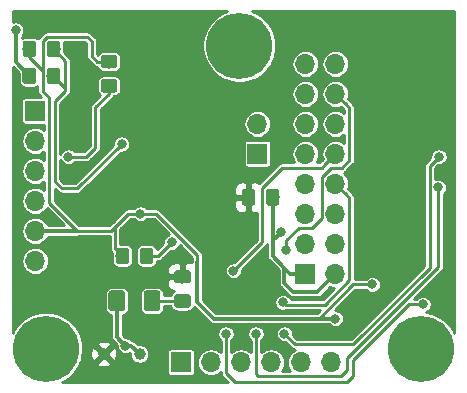
<source format=gtl>
G04 #@! TF.GenerationSoftware,KiCad,Pcbnew,(5.1.2)-1*
G04 #@! TF.CreationDate,2022-03-06T16:43:14-05:00*
G04 #@! TF.ProjectId,telemetry_breakout,74656c65-6d65-4747-9279-5f627265616b,rev?*
G04 #@! TF.SameCoordinates,Original*
G04 #@! TF.FileFunction,Copper,L1,Top*
G04 #@! TF.FilePolarity,Positive*
%FSLAX46Y46*%
G04 Gerber Fmt 4.6, Leading zero omitted, Abs format (unit mm)*
G04 Created by KiCad (PCBNEW (5.1.2)-1) date 2022-03-06 16:43:14*
%MOMM*%
%LPD*%
G04 APERTURE LIST*
%ADD10O,1.700000X1.700000*%
%ADD11R,1.700000X1.700000*%
%ADD12C,0.100000*%
%ADD13C,1.150000*%
%ADD14C,1.425000*%
%ADD15C,1.000000*%
%ADD16C,5.600000*%
%ADD17C,0.800000*%
%ADD18C,0.304800*%
%ADD19C,0.254000*%
G04 APERTURE END LIST*
D10*
X210312000Y-93980000D03*
D11*
X210312000Y-96520000D03*
D10*
X216535000Y-114173000D03*
X213995000Y-114173000D03*
X211455000Y-114173000D03*
X208915000Y-114173000D03*
X206375000Y-114173000D03*
D11*
X203835000Y-114173000D03*
D12*
G36*
X201272505Y-104457204D02*
G01*
X201296773Y-104460804D01*
X201320572Y-104466765D01*
X201343671Y-104475030D01*
X201365850Y-104485520D01*
X201386893Y-104498132D01*
X201406599Y-104512747D01*
X201424777Y-104529223D01*
X201441253Y-104547401D01*
X201455868Y-104567107D01*
X201468480Y-104588150D01*
X201478970Y-104610329D01*
X201487235Y-104633428D01*
X201493196Y-104657227D01*
X201496796Y-104681495D01*
X201498000Y-104705999D01*
X201498000Y-105606001D01*
X201496796Y-105630505D01*
X201493196Y-105654773D01*
X201487235Y-105678572D01*
X201478970Y-105701671D01*
X201468480Y-105723850D01*
X201455868Y-105744893D01*
X201441253Y-105764599D01*
X201424777Y-105782777D01*
X201406599Y-105799253D01*
X201386893Y-105813868D01*
X201365850Y-105826480D01*
X201343671Y-105836970D01*
X201320572Y-105845235D01*
X201296773Y-105851196D01*
X201272505Y-105854796D01*
X201248001Y-105856000D01*
X200597999Y-105856000D01*
X200573495Y-105854796D01*
X200549227Y-105851196D01*
X200525428Y-105845235D01*
X200502329Y-105836970D01*
X200480150Y-105826480D01*
X200459107Y-105813868D01*
X200439401Y-105799253D01*
X200421223Y-105782777D01*
X200404747Y-105764599D01*
X200390132Y-105744893D01*
X200377520Y-105723850D01*
X200367030Y-105701671D01*
X200358765Y-105678572D01*
X200352804Y-105654773D01*
X200349204Y-105630505D01*
X200348000Y-105606001D01*
X200348000Y-104705999D01*
X200349204Y-104681495D01*
X200352804Y-104657227D01*
X200358765Y-104633428D01*
X200367030Y-104610329D01*
X200377520Y-104588150D01*
X200390132Y-104567107D01*
X200404747Y-104547401D01*
X200421223Y-104529223D01*
X200439401Y-104512747D01*
X200459107Y-104498132D01*
X200480150Y-104485520D01*
X200502329Y-104475030D01*
X200525428Y-104466765D01*
X200549227Y-104460804D01*
X200573495Y-104457204D01*
X200597999Y-104456000D01*
X201248001Y-104456000D01*
X201272505Y-104457204D01*
X201272505Y-104457204D01*
G37*
D13*
X200923000Y-105156000D03*
D12*
G36*
X199222505Y-104457204D02*
G01*
X199246773Y-104460804D01*
X199270572Y-104466765D01*
X199293671Y-104475030D01*
X199315850Y-104485520D01*
X199336893Y-104498132D01*
X199356599Y-104512747D01*
X199374777Y-104529223D01*
X199391253Y-104547401D01*
X199405868Y-104567107D01*
X199418480Y-104588150D01*
X199428970Y-104610329D01*
X199437235Y-104633428D01*
X199443196Y-104657227D01*
X199446796Y-104681495D01*
X199448000Y-104705999D01*
X199448000Y-105606001D01*
X199446796Y-105630505D01*
X199443196Y-105654773D01*
X199437235Y-105678572D01*
X199428970Y-105701671D01*
X199418480Y-105723850D01*
X199405868Y-105744893D01*
X199391253Y-105764599D01*
X199374777Y-105782777D01*
X199356599Y-105799253D01*
X199336893Y-105813868D01*
X199315850Y-105826480D01*
X199293671Y-105836970D01*
X199270572Y-105845235D01*
X199246773Y-105851196D01*
X199222505Y-105854796D01*
X199198001Y-105856000D01*
X198547999Y-105856000D01*
X198523495Y-105854796D01*
X198499227Y-105851196D01*
X198475428Y-105845235D01*
X198452329Y-105836970D01*
X198430150Y-105826480D01*
X198409107Y-105813868D01*
X198389401Y-105799253D01*
X198371223Y-105782777D01*
X198354747Y-105764599D01*
X198340132Y-105744893D01*
X198327520Y-105723850D01*
X198317030Y-105701671D01*
X198308765Y-105678572D01*
X198302804Y-105654773D01*
X198299204Y-105630505D01*
X198298000Y-105606001D01*
X198298000Y-104705999D01*
X198299204Y-104681495D01*
X198302804Y-104657227D01*
X198308765Y-104633428D01*
X198317030Y-104610329D01*
X198327520Y-104588150D01*
X198340132Y-104567107D01*
X198354747Y-104547401D01*
X198371223Y-104529223D01*
X198389401Y-104512747D01*
X198409107Y-104498132D01*
X198430150Y-104485520D01*
X198452329Y-104475030D01*
X198475428Y-104466765D01*
X198499227Y-104460804D01*
X198523495Y-104457204D01*
X198547999Y-104456000D01*
X199198001Y-104456000D01*
X199222505Y-104457204D01*
X199222505Y-104457204D01*
G37*
D13*
X198873000Y-105156000D03*
D12*
G36*
X193398505Y-86931204D02*
G01*
X193422773Y-86934804D01*
X193446572Y-86940765D01*
X193469671Y-86949030D01*
X193491850Y-86959520D01*
X193512893Y-86972132D01*
X193532599Y-86986747D01*
X193550777Y-87003223D01*
X193567253Y-87021401D01*
X193581868Y-87041107D01*
X193594480Y-87062150D01*
X193604970Y-87084329D01*
X193613235Y-87107428D01*
X193619196Y-87131227D01*
X193622796Y-87155495D01*
X193624000Y-87179999D01*
X193624000Y-88080001D01*
X193622796Y-88104505D01*
X193619196Y-88128773D01*
X193613235Y-88152572D01*
X193604970Y-88175671D01*
X193594480Y-88197850D01*
X193581868Y-88218893D01*
X193567253Y-88238599D01*
X193550777Y-88256777D01*
X193532599Y-88273253D01*
X193512893Y-88287868D01*
X193491850Y-88300480D01*
X193469671Y-88310970D01*
X193446572Y-88319235D01*
X193422773Y-88325196D01*
X193398505Y-88328796D01*
X193374001Y-88330000D01*
X192723999Y-88330000D01*
X192699495Y-88328796D01*
X192675227Y-88325196D01*
X192651428Y-88319235D01*
X192628329Y-88310970D01*
X192606150Y-88300480D01*
X192585107Y-88287868D01*
X192565401Y-88273253D01*
X192547223Y-88256777D01*
X192530747Y-88238599D01*
X192516132Y-88218893D01*
X192503520Y-88197850D01*
X192493030Y-88175671D01*
X192484765Y-88152572D01*
X192478804Y-88128773D01*
X192475204Y-88104505D01*
X192474000Y-88080001D01*
X192474000Y-87179999D01*
X192475204Y-87155495D01*
X192478804Y-87131227D01*
X192484765Y-87107428D01*
X192493030Y-87084329D01*
X192503520Y-87062150D01*
X192516132Y-87041107D01*
X192530747Y-87021401D01*
X192547223Y-87003223D01*
X192565401Y-86986747D01*
X192585107Y-86972132D01*
X192606150Y-86959520D01*
X192628329Y-86949030D01*
X192651428Y-86940765D01*
X192675227Y-86934804D01*
X192699495Y-86931204D01*
X192723999Y-86930000D01*
X193374001Y-86930000D01*
X193398505Y-86931204D01*
X193398505Y-86931204D01*
G37*
D13*
X193049000Y-87630000D03*
D12*
G36*
X191348505Y-86931204D02*
G01*
X191372773Y-86934804D01*
X191396572Y-86940765D01*
X191419671Y-86949030D01*
X191441850Y-86959520D01*
X191462893Y-86972132D01*
X191482599Y-86986747D01*
X191500777Y-87003223D01*
X191517253Y-87021401D01*
X191531868Y-87041107D01*
X191544480Y-87062150D01*
X191554970Y-87084329D01*
X191563235Y-87107428D01*
X191569196Y-87131227D01*
X191572796Y-87155495D01*
X191574000Y-87179999D01*
X191574000Y-88080001D01*
X191572796Y-88104505D01*
X191569196Y-88128773D01*
X191563235Y-88152572D01*
X191554970Y-88175671D01*
X191544480Y-88197850D01*
X191531868Y-88218893D01*
X191517253Y-88238599D01*
X191500777Y-88256777D01*
X191482599Y-88273253D01*
X191462893Y-88287868D01*
X191441850Y-88300480D01*
X191419671Y-88310970D01*
X191396572Y-88319235D01*
X191372773Y-88325196D01*
X191348505Y-88328796D01*
X191324001Y-88330000D01*
X190673999Y-88330000D01*
X190649495Y-88328796D01*
X190625227Y-88325196D01*
X190601428Y-88319235D01*
X190578329Y-88310970D01*
X190556150Y-88300480D01*
X190535107Y-88287868D01*
X190515401Y-88273253D01*
X190497223Y-88256777D01*
X190480747Y-88238599D01*
X190466132Y-88218893D01*
X190453520Y-88197850D01*
X190443030Y-88175671D01*
X190434765Y-88152572D01*
X190428804Y-88128773D01*
X190425204Y-88104505D01*
X190424000Y-88080001D01*
X190424000Y-87179999D01*
X190425204Y-87155495D01*
X190428804Y-87131227D01*
X190434765Y-87107428D01*
X190443030Y-87084329D01*
X190453520Y-87062150D01*
X190466132Y-87041107D01*
X190480747Y-87021401D01*
X190497223Y-87003223D01*
X190515401Y-86986747D01*
X190535107Y-86972132D01*
X190556150Y-86959520D01*
X190578329Y-86949030D01*
X190601428Y-86940765D01*
X190625227Y-86934804D01*
X190649495Y-86931204D01*
X190673999Y-86930000D01*
X191324001Y-86930000D01*
X191348505Y-86931204D01*
X191348505Y-86931204D01*
G37*
D13*
X190999000Y-87630000D03*
D12*
G36*
X198213505Y-90185704D02*
G01*
X198237773Y-90189304D01*
X198261572Y-90195265D01*
X198284671Y-90203530D01*
X198306850Y-90214020D01*
X198327893Y-90226632D01*
X198347599Y-90241247D01*
X198365777Y-90257723D01*
X198382253Y-90275901D01*
X198396868Y-90295607D01*
X198409480Y-90316650D01*
X198419970Y-90338829D01*
X198428235Y-90361928D01*
X198434196Y-90385727D01*
X198437796Y-90409995D01*
X198439000Y-90434499D01*
X198439000Y-91084501D01*
X198437796Y-91109005D01*
X198434196Y-91133273D01*
X198428235Y-91157072D01*
X198419970Y-91180171D01*
X198409480Y-91202350D01*
X198396868Y-91223393D01*
X198382253Y-91243099D01*
X198365777Y-91261277D01*
X198347599Y-91277753D01*
X198327893Y-91292368D01*
X198306850Y-91304980D01*
X198284671Y-91315470D01*
X198261572Y-91323735D01*
X198237773Y-91329696D01*
X198213505Y-91333296D01*
X198189001Y-91334500D01*
X197288999Y-91334500D01*
X197264495Y-91333296D01*
X197240227Y-91329696D01*
X197216428Y-91323735D01*
X197193329Y-91315470D01*
X197171150Y-91304980D01*
X197150107Y-91292368D01*
X197130401Y-91277753D01*
X197112223Y-91261277D01*
X197095747Y-91243099D01*
X197081132Y-91223393D01*
X197068520Y-91202350D01*
X197058030Y-91180171D01*
X197049765Y-91157072D01*
X197043804Y-91133273D01*
X197040204Y-91109005D01*
X197039000Y-91084501D01*
X197039000Y-90434499D01*
X197040204Y-90409995D01*
X197043804Y-90385727D01*
X197049765Y-90361928D01*
X197058030Y-90338829D01*
X197068520Y-90316650D01*
X197081132Y-90295607D01*
X197095747Y-90275901D01*
X197112223Y-90257723D01*
X197130401Y-90241247D01*
X197150107Y-90226632D01*
X197171150Y-90214020D01*
X197193329Y-90203530D01*
X197216428Y-90195265D01*
X197240227Y-90189304D01*
X197264495Y-90185704D01*
X197288999Y-90184500D01*
X198189001Y-90184500D01*
X198213505Y-90185704D01*
X198213505Y-90185704D01*
G37*
D13*
X197739000Y-90759500D03*
D12*
G36*
X198213505Y-88135704D02*
G01*
X198237773Y-88139304D01*
X198261572Y-88145265D01*
X198284671Y-88153530D01*
X198306850Y-88164020D01*
X198327893Y-88176632D01*
X198347599Y-88191247D01*
X198365777Y-88207723D01*
X198382253Y-88225901D01*
X198396868Y-88245607D01*
X198409480Y-88266650D01*
X198419970Y-88288829D01*
X198428235Y-88311928D01*
X198434196Y-88335727D01*
X198437796Y-88359995D01*
X198439000Y-88384499D01*
X198439000Y-89034501D01*
X198437796Y-89059005D01*
X198434196Y-89083273D01*
X198428235Y-89107072D01*
X198419970Y-89130171D01*
X198409480Y-89152350D01*
X198396868Y-89173393D01*
X198382253Y-89193099D01*
X198365777Y-89211277D01*
X198347599Y-89227753D01*
X198327893Y-89242368D01*
X198306850Y-89254980D01*
X198284671Y-89265470D01*
X198261572Y-89273735D01*
X198237773Y-89279696D01*
X198213505Y-89283296D01*
X198189001Y-89284500D01*
X197288999Y-89284500D01*
X197264495Y-89283296D01*
X197240227Y-89279696D01*
X197216428Y-89273735D01*
X197193329Y-89265470D01*
X197171150Y-89254980D01*
X197150107Y-89242368D01*
X197130401Y-89227753D01*
X197112223Y-89211277D01*
X197095747Y-89193099D01*
X197081132Y-89173393D01*
X197068520Y-89152350D01*
X197058030Y-89130171D01*
X197049765Y-89107072D01*
X197043804Y-89083273D01*
X197040204Y-89059005D01*
X197039000Y-89034501D01*
X197039000Y-88384499D01*
X197040204Y-88359995D01*
X197043804Y-88335727D01*
X197049765Y-88311928D01*
X197058030Y-88288829D01*
X197068520Y-88266650D01*
X197081132Y-88245607D01*
X197095747Y-88225901D01*
X197112223Y-88207723D01*
X197130401Y-88191247D01*
X197150107Y-88176632D01*
X197171150Y-88164020D01*
X197193329Y-88153530D01*
X197216428Y-88145265D01*
X197240227Y-88139304D01*
X197264495Y-88135704D01*
X197288999Y-88134500D01*
X198189001Y-88134500D01*
X198213505Y-88135704D01*
X198213505Y-88135704D01*
G37*
D13*
X197739000Y-88709500D03*
D12*
G36*
X209899505Y-99504204D02*
G01*
X209923773Y-99507804D01*
X209947572Y-99513765D01*
X209970671Y-99522030D01*
X209992850Y-99532520D01*
X210013893Y-99545132D01*
X210033599Y-99559747D01*
X210051777Y-99576223D01*
X210068253Y-99594401D01*
X210082868Y-99614107D01*
X210095480Y-99635150D01*
X210105970Y-99657329D01*
X210114235Y-99680428D01*
X210120196Y-99704227D01*
X210123796Y-99728495D01*
X210125000Y-99752999D01*
X210125000Y-100653001D01*
X210123796Y-100677505D01*
X210120196Y-100701773D01*
X210114235Y-100725572D01*
X210105970Y-100748671D01*
X210095480Y-100770850D01*
X210082868Y-100791893D01*
X210068253Y-100811599D01*
X210051777Y-100829777D01*
X210033599Y-100846253D01*
X210013893Y-100860868D01*
X209992850Y-100873480D01*
X209970671Y-100883970D01*
X209947572Y-100892235D01*
X209923773Y-100898196D01*
X209899505Y-100901796D01*
X209875001Y-100903000D01*
X209224999Y-100903000D01*
X209200495Y-100901796D01*
X209176227Y-100898196D01*
X209152428Y-100892235D01*
X209129329Y-100883970D01*
X209107150Y-100873480D01*
X209086107Y-100860868D01*
X209066401Y-100846253D01*
X209048223Y-100829777D01*
X209031747Y-100811599D01*
X209017132Y-100791893D01*
X209004520Y-100770850D01*
X208994030Y-100748671D01*
X208985765Y-100725572D01*
X208979804Y-100701773D01*
X208976204Y-100677505D01*
X208975000Y-100653001D01*
X208975000Y-99752999D01*
X208976204Y-99728495D01*
X208979804Y-99704227D01*
X208985765Y-99680428D01*
X208994030Y-99657329D01*
X209004520Y-99635150D01*
X209017132Y-99614107D01*
X209031747Y-99594401D01*
X209048223Y-99576223D01*
X209066401Y-99559747D01*
X209086107Y-99545132D01*
X209107150Y-99532520D01*
X209129329Y-99522030D01*
X209152428Y-99513765D01*
X209176227Y-99507804D01*
X209200495Y-99504204D01*
X209224999Y-99503000D01*
X209875001Y-99503000D01*
X209899505Y-99504204D01*
X209899505Y-99504204D01*
G37*
D13*
X209550000Y-100203000D03*
D12*
G36*
X211949505Y-99504204D02*
G01*
X211973773Y-99507804D01*
X211997572Y-99513765D01*
X212020671Y-99522030D01*
X212042850Y-99532520D01*
X212063893Y-99545132D01*
X212083599Y-99559747D01*
X212101777Y-99576223D01*
X212118253Y-99594401D01*
X212132868Y-99614107D01*
X212145480Y-99635150D01*
X212155970Y-99657329D01*
X212164235Y-99680428D01*
X212170196Y-99704227D01*
X212173796Y-99728495D01*
X212175000Y-99752999D01*
X212175000Y-100653001D01*
X212173796Y-100677505D01*
X212170196Y-100701773D01*
X212164235Y-100725572D01*
X212155970Y-100748671D01*
X212145480Y-100770850D01*
X212132868Y-100791893D01*
X212118253Y-100811599D01*
X212101777Y-100829777D01*
X212083599Y-100846253D01*
X212063893Y-100860868D01*
X212042850Y-100873480D01*
X212020671Y-100883970D01*
X211997572Y-100892235D01*
X211973773Y-100898196D01*
X211949505Y-100901796D01*
X211925001Y-100903000D01*
X211274999Y-100903000D01*
X211250495Y-100901796D01*
X211226227Y-100898196D01*
X211202428Y-100892235D01*
X211179329Y-100883970D01*
X211157150Y-100873480D01*
X211136107Y-100860868D01*
X211116401Y-100846253D01*
X211098223Y-100829777D01*
X211081747Y-100811599D01*
X211067132Y-100791893D01*
X211054520Y-100770850D01*
X211044030Y-100748671D01*
X211035765Y-100725572D01*
X211029804Y-100701773D01*
X211026204Y-100677505D01*
X211025000Y-100653001D01*
X211025000Y-99752999D01*
X211026204Y-99728495D01*
X211029804Y-99704227D01*
X211035765Y-99680428D01*
X211044030Y-99657329D01*
X211054520Y-99635150D01*
X211067132Y-99614107D01*
X211081747Y-99594401D01*
X211098223Y-99576223D01*
X211116401Y-99559747D01*
X211136107Y-99545132D01*
X211157150Y-99532520D01*
X211179329Y-99522030D01*
X211202428Y-99513765D01*
X211226227Y-99507804D01*
X211250495Y-99504204D01*
X211274999Y-99503000D01*
X211925001Y-99503000D01*
X211949505Y-99504204D01*
X211949505Y-99504204D01*
G37*
D13*
X211600000Y-100203000D03*
D10*
X216916000Y-88900000D03*
X214376000Y-88900000D03*
X216916000Y-91440000D03*
X214376000Y-91440000D03*
X216916000Y-93980000D03*
X214376000Y-93980000D03*
X216916000Y-96520000D03*
X214376000Y-96520000D03*
X216916000Y-99060000D03*
X214376000Y-99060000D03*
X216916000Y-101600000D03*
X214376000Y-101600000D03*
X216916000Y-104140000D03*
X214376000Y-104140000D03*
X216916000Y-106680000D03*
D11*
X214376000Y-106680000D03*
D12*
G36*
X201872504Y-108092204D02*
G01*
X201896773Y-108095804D01*
X201920571Y-108101765D01*
X201943671Y-108110030D01*
X201965849Y-108120520D01*
X201986893Y-108133133D01*
X202006598Y-108147747D01*
X202024777Y-108164223D01*
X202041253Y-108182402D01*
X202055867Y-108202107D01*
X202068480Y-108223151D01*
X202078970Y-108245329D01*
X202087235Y-108268429D01*
X202093196Y-108292227D01*
X202096796Y-108316496D01*
X202098000Y-108341000D01*
X202098000Y-109591000D01*
X202096796Y-109615504D01*
X202093196Y-109639773D01*
X202087235Y-109663571D01*
X202078970Y-109686671D01*
X202068480Y-109708849D01*
X202055867Y-109729893D01*
X202041253Y-109749598D01*
X202024777Y-109767777D01*
X202006598Y-109784253D01*
X201986893Y-109798867D01*
X201965849Y-109811480D01*
X201943671Y-109821970D01*
X201920571Y-109830235D01*
X201896773Y-109836196D01*
X201872504Y-109839796D01*
X201848000Y-109841000D01*
X200923000Y-109841000D01*
X200898496Y-109839796D01*
X200874227Y-109836196D01*
X200850429Y-109830235D01*
X200827329Y-109821970D01*
X200805151Y-109811480D01*
X200784107Y-109798867D01*
X200764402Y-109784253D01*
X200746223Y-109767777D01*
X200729747Y-109749598D01*
X200715133Y-109729893D01*
X200702520Y-109708849D01*
X200692030Y-109686671D01*
X200683765Y-109663571D01*
X200677804Y-109639773D01*
X200674204Y-109615504D01*
X200673000Y-109591000D01*
X200673000Y-108341000D01*
X200674204Y-108316496D01*
X200677804Y-108292227D01*
X200683765Y-108268429D01*
X200692030Y-108245329D01*
X200702520Y-108223151D01*
X200715133Y-108202107D01*
X200729747Y-108182402D01*
X200746223Y-108164223D01*
X200764402Y-108147747D01*
X200784107Y-108133133D01*
X200805151Y-108120520D01*
X200827329Y-108110030D01*
X200850429Y-108101765D01*
X200874227Y-108095804D01*
X200898496Y-108092204D01*
X200923000Y-108091000D01*
X201848000Y-108091000D01*
X201872504Y-108092204D01*
X201872504Y-108092204D01*
G37*
D14*
X201385500Y-108966000D03*
D12*
G36*
X198897504Y-108092204D02*
G01*
X198921773Y-108095804D01*
X198945571Y-108101765D01*
X198968671Y-108110030D01*
X198990849Y-108120520D01*
X199011893Y-108133133D01*
X199031598Y-108147747D01*
X199049777Y-108164223D01*
X199066253Y-108182402D01*
X199080867Y-108202107D01*
X199093480Y-108223151D01*
X199103970Y-108245329D01*
X199112235Y-108268429D01*
X199118196Y-108292227D01*
X199121796Y-108316496D01*
X199123000Y-108341000D01*
X199123000Y-109591000D01*
X199121796Y-109615504D01*
X199118196Y-109639773D01*
X199112235Y-109663571D01*
X199103970Y-109686671D01*
X199093480Y-109708849D01*
X199080867Y-109729893D01*
X199066253Y-109749598D01*
X199049777Y-109767777D01*
X199031598Y-109784253D01*
X199011893Y-109798867D01*
X198990849Y-109811480D01*
X198968671Y-109821970D01*
X198945571Y-109830235D01*
X198921773Y-109836196D01*
X198897504Y-109839796D01*
X198873000Y-109841000D01*
X197948000Y-109841000D01*
X197923496Y-109839796D01*
X197899227Y-109836196D01*
X197875429Y-109830235D01*
X197852329Y-109821970D01*
X197830151Y-109811480D01*
X197809107Y-109798867D01*
X197789402Y-109784253D01*
X197771223Y-109767777D01*
X197754747Y-109749598D01*
X197740133Y-109729893D01*
X197727520Y-109708849D01*
X197717030Y-109686671D01*
X197708765Y-109663571D01*
X197702804Y-109639773D01*
X197699204Y-109615504D01*
X197698000Y-109591000D01*
X197698000Y-108341000D01*
X197699204Y-108316496D01*
X197702804Y-108292227D01*
X197708765Y-108268429D01*
X197717030Y-108245329D01*
X197727520Y-108223151D01*
X197740133Y-108202107D01*
X197754747Y-108182402D01*
X197771223Y-108164223D01*
X197789402Y-108147747D01*
X197809107Y-108133133D01*
X197830151Y-108120520D01*
X197852329Y-108110030D01*
X197875429Y-108101765D01*
X197899227Y-108095804D01*
X197923496Y-108092204D01*
X197948000Y-108091000D01*
X198873000Y-108091000D01*
X198897504Y-108092204D01*
X198897504Y-108092204D01*
G37*
D14*
X198410500Y-108966000D03*
D12*
G36*
X204436505Y-108401204D02*
G01*
X204460773Y-108404804D01*
X204484572Y-108410765D01*
X204507671Y-108419030D01*
X204529850Y-108429520D01*
X204550893Y-108442132D01*
X204570599Y-108456747D01*
X204588777Y-108473223D01*
X204605253Y-108491401D01*
X204619868Y-108511107D01*
X204632480Y-108532150D01*
X204642970Y-108554329D01*
X204651235Y-108577428D01*
X204657196Y-108601227D01*
X204660796Y-108625495D01*
X204662000Y-108649999D01*
X204662000Y-109300001D01*
X204660796Y-109324505D01*
X204657196Y-109348773D01*
X204651235Y-109372572D01*
X204642970Y-109395671D01*
X204632480Y-109417850D01*
X204619868Y-109438893D01*
X204605253Y-109458599D01*
X204588777Y-109476777D01*
X204570599Y-109493253D01*
X204550893Y-109507868D01*
X204529850Y-109520480D01*
X204507671Y-109530970D01*
X204484572Y-109539235D01*
X204460773Y-109545196D01*
X204436505Y-109548796D01*
X204412001Y-109550000D01*
X203511999Y-109550000D01*
X203487495Y-109548796D01*
X203463227Y-109545196D01*
X203439428Y-109539235D01*
X203416329Y-109530970D01*
X203394150Y-109520480D01*
X203373107Y-109507868D01*
X203353401Y-109493253D01*
X203335223Y-109476777D01*
X203318747Y-109458599D01*
X203304132Y-109438893D01*
X203291520Y-109417850D01*
X203281030Y-109395671D01*
X203272765Y-109372572D01*
X203266804Y-109348773D01*
X203263204Y-109324505D01*
X203262000Y-109300001D01*
X203262000Y-108649999D01*
X203263204Y-108625495D01*
X203266804Y-108601227D01*
X203272765Y-108577428D01*
X203281030Y-108554329D01*
X203291520Y-108532150D01*
X203304132Y-108511107D01*
X203318747Y-108491401D01*
X203335223Y-108473223D01*
X203353401Y-108456747D01*
X203373107Y-108442132D01*
X203394150Y-108429520D01*
X203416329Y-108419030D01*
X203439428Y-108410765D01*
X203463227Y-108404804D01*
X203487495Y-108401204D01*
X203511999Y-108400000D01*
X204412001Y-108400000D01*
X204436505Y-108401204D01*
X204436505Y-108401204D01*
G37*
D13*
X203962000Y-108975000D03*
D12*
G36*
X204436505Y-106351204D02*
G01*
X204460773Y-106354804D01*
X204484572Y-106360765D01*
X204507671Y-106369030D01*
X204529850Y-106379520D01*
X204550893Y-106392132D01*
X204570599Y-106406747D01*
X204588777Y-106423223D01*
X204605253Y-106441401D01*
X204619868Y-106461107D01*
X204632480Y-106482150D01*
X204642970Y-106504329D01*
X204651235Y-106527428D01*
X204657196Y-106551227D01*
X204660796Y-106575495D01*
X204662000Y-106599999D01*
X204662000Y-107250001D01*
X204660796Y-107274505D01*
X204657196Y-107298773D01*
X204651235Y-107322572D01*
X204642970Y-107345671D01*
X204632480Y-107367850D01*
X204619868Y-107388893D01*
X204605253Y-107408599D01*
X204588777Y-107426777D01*
X204570599Y-107443253D01*
X204550893Y-107457868D01*
X204529850Y-107470480D01*
X204507671Y-107480970D01*
X204484572Y-107489235D01*
X204460773Y-107495196D01*
X204436505Y-107498796D01*
X204412001Y-107500000D01*
X203511999Y-107500000D01*
X203487495Y-107498796D01*
X203463227Y-107495196D01*
X203439428Y-107489235D01*
X203416329Y-107480970D01*
X203394150Y-107470480D01*
X203373107Y-107457868D01*
X203353401Y-107443253D01*
X203335223Y-107426777D01*
X203318747Y-107408599D01*
X203304132Y-107388893D01*
X203291520Y-107367850D01*
X203281030Y-107345671D01*
X203272765Y-107322572D01*
X203266804Y-107298773D01*
X203263204Y-107274505D01*
X203262000Y-107250001D01*
X203262000Y-106599999D01*
X203263204Y-106575495D01*
X203266804Y-106551227D01*
X203272765Y-106527428D01*
X203281030Y-106504329D01*
X203291520Y-106482150D01*
X203304132Y-106461107D01*
X203318747Y-106441401D01*
X203335223Y-106423223D01*
X203353401Y-106406747D01*
X203373107Y-106392132D01*
X203394150Y-106379520D01*
X203416329Y-106369030D01*
X203439428Y-106360765D01*
X203463227Y-106354804D01*
X203487495Y-106351204D01*
X203511999Y-106350000D01*
X204412001Y-106350000D01*
X204436505Y-106351204D01*
X204436505Y-106351204D01*
G37*
D13*
X203962000Y-106925000D03*
D10*
X191500000Y-105580000D03*
X191500000Y-103040000D03*
X191500000Y-100500000D03*
X191500000Y-97960000D03*
X191500000Y-95420000D03*
D11*
X191500000Y-92880000D03*
D15*
X200338000Y-113470000D03*
X197290000Y-113470000D03*
D16*
X192405000Y-113030000D03*
X208788000Y-87376000D03*
X224155000Y-113030000D03*
D12*
G36*
X193389505Y-89217204D02*
G01*
X193413773Y-89220804D01*
X193437572Y-89226765D01*
X193460671Y-89235030D01*
X193482850Y-89245520D01*
X193503893Y-89258132D01*
X193523599Y-89272747D01*
X193541777Y-89289223D01*
X193558253Y-89307401D01*
X193572868Y-89327107D01*
X193585480Y-89348150D01*
X193595970Y-89370329D01*
X193604235Y-89393428D01*
X193610196Y-89417227D01*
X193613796Y-89441495D01*
X193615000Y-89465999D01*
X193615000Y-90366001D01*
X193613796Y-90390505D01*
X193610196Y-90414773D01*
X193604235Y-90438572D01*
X193595970Y-90461671D01*
X193585480Y-90483850D01*
X193572868Y-90504893D01*
X193558253Y-90524599D01*
X193541777Y-90542777D01*
X193523599Y-90559253D01*
X193503893Y-90573868D01*
X193482850Y-90586480D01*
X193460671Y-90596970D01*
X193437572Y-90605235D01*
X193413773Y-90611196D01*
X193389505Y-90614796D01*
X193365001Y-90616000D01*
X192714999Y-90616000D01*
X192690495Y-90614796D01*
X192666227Y-90611196D01*
X192642428Y-90605235D01*
X192619329Y-90596970D01*
X192597150Y-90586480D01*
X192576107Y-90573868D01*
X192556401Y-90559253D01*
X192538223Y-90542777D01*
X192521747Y-90524599D01*
X192507132Y-90504893D01*
X192494520Y-90483850D01*
X192484030Y-90461671D01*
X192475765Y-90438572D01*
X192469804Y-90414773D01*
X192466204Y-90390505D01*
X192465000Y-90366001D01*
X192465000Y-89465999D01*
X192466204Y-89441495D01*
X192469804Y-89417227D01*
X192475765Y-89393428D01*
X192484030Y-89370329D01*
X192494520Y-89348150D01*
X192507132Y-89327107D01*
X192521747Y-89307401D01*
X192538223Y-89289223D01*
X192556401Y-89272747D01*
X192576107Y-89258132D01*
X192597150Y-89245520D01*
X192619329Y-89235030D01*
X192642428Y-89226765D01*
X192666227Y-89220804D01*
X192690495Y-89217204D01*
X192714999Y-89216000D01*
X193365001Y-89216000D01*
X193389505Y-89217204D01*
X193389505Y-89217204D01*
G37*
D13*
X193040000Y-89916000D03*
D12*
G36*
X191339505Y-89217204D02*
G01*
X191363773Y-89220804D01*
X191387572Y-89226765D01*
X191410671Y-89235030D01*
X191432850Y-89245520D01*
X191453893Y-89258132D01*
X191473599Y-89272747D01*
X191491777Y-89289223D01*
X191508253Y-89307401D01*
X191522868Y-89327107D01*
X191535480Y-89348150D01*
X191545970Y-89370329D01*
X191554235Y-89393428D01*
X191560196Y-89417227D01*
X191563796Y-89441495D01*
X191565000Y-89465999D01*
X191565000Y-90366001D01*
X191563796Y-90390505D01*
X191560196Y-90414773D01*
X191554235Y-90438572D01*
X191545970Y-90461671D01*
X191535480Y-90483850D01*
X191522868Y-90504893D01*
X191508253Y-90524599D01*
X191491777Y-90542777D01*
X191473599Y-90559253D01*
X191453893Y-90573868D01*
X191432850Y-90586480D01*
X191410671Y-90596970D01*
X191387572Y-90605235D01*
X191363773Y-90611196D01*
X191339505Y-90614796D01*
X191315001Y-90616000D01*
X190664999Y-90616000D01*
X190640495Y-90614796D01*
X190616227Y-90611196D01*
X190592428Y-90605235D01*
X190569329Y-90596970D01*
X190547150Y-90586480D01*
X190526107Y-90573868D01*
X190506401Y-90559253D01*
X190488223Y-90542777D01*
X190471747Y-90524599D01*
X190457132Y-90504893D01*
X190444520Y-90483850D01*
X190434030Y-90461671D01*
X190425765Y-90438572D01*
X190419804Y-90414773D01*
X190416204Y-90390505D01*
X190415000Y-90366001D01*
X190415000Y-89465999D01*
X190416204Y-89441495D01*
X190419804Y-89417227D01*
X190425765Y-89393428D01*
X190434030Y-89370329D01*
X190444520Y-89348150D01*
X190457132Y-89327107D01*
X190471747Y-89307401D01*
X190488223Y-89289223D01*
X190506401Y-89272747D01*
X190526107Y-89258132D01*
X190547150Y-89245520D01*
X190569329Y-89235030D01*
X190592428Y-89226765D01*
X190616227Y-89220804D01*
X190640495Y-89217204D01*
X190664999Y-89216000D01*
X191315001Y-89216000D01*
X191339505Y-89217204D01*
X191339505Y-89217204D01*
G37*
D13*
X190990000Y-89916000D03*
D17*
X199136000Y-112776000D03*
X189855000Y-86039670D03*
X212337933Y-103130067D03*
X195580000Y-110414000D03*
X208534000Y-103251000D03*
X207835500Y-97155000D03*
X205803500Y-89662000D03*
X194310000Y-96774000D03*
X225679000Y-96774000D03*
X212598000Y-111760000D03*
X225626067Y-99366933D03*
X210185000Y-111760000D03*
X224323586Y-109261586D03*
X207645000Y-111760000D03*
X212754837Y-104692339D03*
X208280000Y-106426000D03*
X212471000Y-109093000D03*
X216916000Y-110490000D03*
X220027500Y-107569000D03*
X200406000Y-101600000D03*
X198818500Y-95694500D03*
X203057500Y-104028500D03*
D18*
X198410500Y-112050500D02*
X199136000Y-112776000D01*
X198410500Y-108966000D02*
X198410500Y-112050500D01*
X199644000Y-112776000D02*
X200338000Y-113470000D01*
X199136000Y-112776000D02*
X199644000Y-112776000D01*
X213106000Y-106680000D02*
X214376000Y-106680000D01*
X211600000Y-105156000D02*
X211591000Y-105165000D01*
X190990000Y-89916000D02*
X189855000Y-88781000D01*
X189855000Y-88781000D02*
X189855000Y-86039670D01*
X211854000Y-103614000D02*
X212337933Y-103130067D01*
X211600000Y-103614000D02*
X211854000Y-103614000D01*
X211600000Y-103614000D02*
X211600000Y-105156000D01*
X211600000Y-100203000D02*
X211600000Y-103614000D01*
X212598000Y-106172000D02*
X212598000Y-107442000D01*
X212598000Y-106172000D02*
X213106000Y-106680000D01*
X211591000Y-105165000D02*
X212598000Y-106172000D01*
X212598000Y-107442000D02*
X213360000Y-108204000D01*
X215392000Y-108204000D02*
X216916000Y-106680000D01*
X213360000Y-108204000D02*
X215392000Y-108204000D01*
D19*
X203953000Y-108966000D02*
X203962000Y-108975000D01*
X201385500Y-108966000D02*
X203953000Y-108966000D01*
X197739000Y-91434500D02*
X196596000Y-92577500D01*
X197739000Y-90759500D02*
X197739000Y-91434500D01*
X196596000Y-92577500D02*
X196596000Y-96012000D01*
X196596000Y-96012000D02*
X195834000Y-96774000D01*
X195834000Y-96774000D02*
X194310000Y-96774000D01*
X224899066Y-97553934D02*
X224899066Y-106189934D01*
X225679000Y-96774000D02*
X224899066Y-97553934D01*
X224899066Y-106189934D02*
X218440000Y-112649000D01*
X218440000Y-112649000D02*
X213487000Y-112649000D01*
X213487000Y-112649000D02*
X212598000Y-111760000D01*
X225626067Y-106104999D02*
X225626067Y-99366933D01*
X210185000Y-115189000D02*
X210346001Y-115350001D01*
X210185000Y-111760000D02*
X210185000Y-115189000D01*
X210346001Y-115350001D02*
X217389999Y-115350001D01*
X217389999Y-115350001D02*
X217932000Y-114808000D01*
X217932000Y-114808000D02*
X217932000Y-113799066D01*
X217932000Y-113799066D02*
X225626067Y-106104999D01*
X208435990Y-115852990D02*
X207645000Y-115062000D01*
X207645000Y-115062000D02*
X207645000Y-111760000D01*
X224323586Y-109261586D02*
X223111546Y-109261586D01*
X217903010Y-115852990D02*
X208435990Y-115852990D01*
X218386010Y-115369990D02*
X217903010Y-115852990D01*
X218386010Y-113987122D02*
X218386010Y-115369990D01*
X223111546Y-109261586D02*
X218386010Y-113987122D01*
X218093001Y-92617001D02*
X217765999Y-92289999D01*
X217765999Y-92289999D02*
X216916000Y-91440000D01*
X217480961Y-97697001D02*
X218093001Y-97084961D01*
X216537037Y-97697001D02*
X217480961Y-97697001D01*
X218093001Y-97084961D02*
X218093001Y-92617001D01*
X215738999Y-98495039D02*
X216537037Y-97697001D01*
X215738999Y-101978963D02*
X215738999Y-98495039D01*
X214940961Y-102777001D02*
X215738999Y-101978963D01*
X213811039Y-102777001D02*
X214940961Y-102777001D01*
X212754837Y-103833203D02*
X213811039Y-102777001D01*
X212754837Y-104692339D02*
X212754837Y-103833203D01*
X216066001Y-97369999D02*
X216916000Y-96520000D01*
X215738999Y-97697001D02*
X216066001Y-97369999D01*
X212378981Y-97697001D02*
X215738999Y-97697001D01*
X210688990Y-99386992D02*
X212378981Y-97697001D01*
X210688990Y-104017010D02*
X210688990Y-99386992D01*
X208280000Y-106426000D02*
X210688990Y-104017010D01*
X218093001Y-100237001D02*
X217765999Y-99909999D01*
X217765999Y-99909999D02*
X216916000Y-99060000D01*
X218093001Y-107244961D02*
X218093001Y-100237001D01*
X216026960Y-109311002D02*
X218093001Y-107244961D01*
X214272964Y-109311002D02*
X216026960Y-109311002D01*
X214272964Y-109311002D02*
X212689002Y-109311002D01*
X212689002Y-109311002D02*
X212471000Y-109093000D01*
X215490028Y-110490000D02*
X213423500Y-110490000D01*
X218411028Y-107569000D02*
X215490028Y-110490000D01*
X220027500Y-107569000D02*
X218411028Y-107569000D01*
D18*
X216916000Y-110490000D02*
X213423500Y-110490000D01*
D19*
X192677001Y-91768399D02*
X192677001Y-100665501D01*
X192137990Y-91229388D02*
X192677001Y-91768399D01*
X192677001Y-100665501D02*
X195051500Y-103040000D01*
X190999000Y-88333982D02*
X192137990Y-89472972D01*
X190999000Y-87630000D02*
X190999000Y-88333982D01*
D18*
X195051500Y-103040000D02*
X191500000Y-103040000D01*
D19*
X192137990Y-89902990D02*
X192137990Y-91229388D01*
X192137990Y-89472972D02*
X192137990Y-89902990D01*
X196278500Y-88265000D02*
X196723000Y-88709500D01*
X192137990Y-86949992D02*
X192484992Y-86602990D01*
X196723000Y-88709500D02*
X197739000Y-88709500D01*
X192137990Y-89902990D02*
X192137990Y-86949992D01*
X195632490Y-86602990D02*
X195643500Y-86614000D01*
X192484992Y-86602990D02*
X195632490Y-86602990D01*
X195632490Y-86602990D02*
X195886490Y-86602990D01*
X196278500Y-86995000D02*
X196278500Y-88265000D01*
X195886490Y-86602990D02*
X196278500Y-86995000D01*
X195051500Y-103040000D02*
X197950000Y-103040000D01*
X199390000Y-101600000D02*
X200406000Y-101600000D01*
X198249628Y-102740372D02*
X198374000Y-102616000D01*
X198249628Y-104532628D02*
X198249628Y-102740372D01*
X198873000Y-105156000D02*
X198249628Y-104532628D01*
X197950000Y-103040000D02*
X198374000Y-102616000D01*
X198374000Y-102616000D02*
X199390000Y-101600000D01*
D18*
X213423500Y-110490000D02*
X206635060Y-110490000D01*
X205232000Y-109086940D02*
X205232000Y-105664000D01*
X206635060Y-110490000D02*
X205232000Y-109086940D01*
D19*
X200971685Y-101600000D02*
X200406000Y-101600000D01*
X201704962Y-101600000D02*
X200971685Y-101600000D01*
X205232000Y-105127038D02*
X201704962Y-101600000D01*
X205232000Y-105664000D02*
X205232000Y-105127038D01*
X194056000Y-90932000D02*
X193040000Y-89916000D01*
X194056000Y-88637000D02*
X193049000Y-87630000D01*
X194056000Y-90932000D02*
X194056000Y-88637000D01*
X195072000Y-99441000D02*
X198818500Y-95694500D01*
X193738500Y-99441000D02*
X195072000Y-99441000D01*
X193167000Y-98869500D02*
X193738500Y-99441000D01*
X193167000Y-92075000D02*
X193167000Y-98869500D01*
X194056000Y-90932000D02*
X194056000Y-91186000D01*
X194056000Y-91186000D02*
X193167000Y-92075000D01*
X201930000Y-105156000D02*
X203057500Y-104028500D01*
X200923000Y-105156000D02*
X201930000Y-105156000D01*
G36*
X207305294Y-84602052D02*
G01*
X206792614Y-84944615D01*
X206356615Y-85380614D01*
X206014052Y-85893294D01*
X205778092Y-86462954D01*
X205657800Y-87067702D01*
X205657800Y-87684298D01*
X205778092Y-88289046D01*
X206014052Y-88858706D01*
X206356615Y-89371386D01*
X206792614Y-89807385D01*
X207305294Y-90149948D01*
X207874954Y-90385908D01*
X208479702Y-90506200D01*
X209096298Y-90506200D01*
X209701046Y-90385908D01*
X210270706Y-90149948D01*
X210783386Y-89807385D01*
X211219385Y-89371386D01*
X211534356Y-88900000D01*
X213190090Y-88900000D01*
X213212877Y-89131360D01*
X213280362Y-89353828D01*
X213389952Y-89558856D01*
X213537435Y-89738565D01*
X213717144Y-89886048D01*
X213922172Y-89995638D01*
X214144640Y-90063123D01*
X214318025Y-90080200D01*
X214433975Y-90080200D01*
X214607360Y-90063123D01*
X214829828Y-89995638D01*
X215034856Y-89886048D01*
X215214565Y-89738565D01*
X215362048Y-89558856D01*
X215471638Y-89353828D01*
X215539123Y-89131360D01*
X215561910Y-88900000D01*
X215730090Y-88900000D01*
X215752877Y-89131360D01*
X215820362Y-89353828D01*
X215929952Y-89558856D01*
X216077435Y-89738565D01*
X216257144Y-89886048D01*
X216462172Y-89995638D01*
X216684640Y-90063123D01*
X216858025Y-90080200D01*
X216973975Y-90080200D01*
X217147360Y-90063123D01*
X217369828Y-89995638D01*
X217574856Y-89886048D01*
X217754565Y-89738565D01*
X217902048Y-89558856D01*
X218011638Y-89353828D01*
X218079123Y-89131360D01*
X218101910Y-88900000D01*
X218079123Y-88668640D01*
X218011638Y-88446172D01*
X217902048Y-88241144D01*
X217754565Y-88061435D01*
X217574856Y-87913952D01*
X217369828Y-87804362D01*
X217147360Y-87736877D01*
X216973975Y-87719800D01*
X216858025Y-87719800D01*
X216684640Y-87736877D01*
X216462172Y-87804362D01*
X216257144Y-87913952D01*
X216077435Y-88061435D01*
X215929952Y-88241144D01*
X215820362Y-88446172D01*
X215752877Y-88668640D01*
X215730090Y-88900000D01*
X215561910Y-88900000D01*
X215539123Y-88668640D01*
X215471638Y-88446172D01*
X215362048Y-88241144D01*
X215214565Y-88061435D01*
X215034856Y-87913952D01*
X214829828Y-87804362D01*
X214607360Y-87736877D01*
X214433975Y-87719800D01*
X214318025Y-87719800D01*
X214144640Y-87736877D01*
X213922172Y-87804362D01*
X213717144Y-87913952D01*
X213537435Y-88061435D01*
X213389952Y-88241144D01*
X213280362Y-88446172D01*
X213212877Y-88668640D01*
X213190090Y-88900000D01*
X211534356Y-88900000D01*
X211561948Y-88858706D01*
X211797908Y-88289046D01*
X211918200Y-87684298D01*
X211918200Y-87067702D01*
X211797908Y-86462954D01*
X211561948Y-85893294D01*
X211219385Y-85380614D01*
X210783386Y-84944615D01*
X210270706Y-84602052D01*
X209853403Y-84429200D01*
X226974801Y-84429200D01*
X226974800Y-111657991D01*
X226928948Y-111547294D01*
X226586385Y-111034614D01*
X226150386Y-110598615D01*
X225637706Y-110256052D01*
X225068046Y-110020092D01*
X224617064Y-109930386D01*
X224669465Y-109908681D01*
X224789061Y-109828769D01*
X224890769Y-109727061D01*
X224970681Y-109607465D01*
X225025725Y-109474577D01*
X225053786Y-109333504D01*
X225053786Y-109189668D01*
X225025725Y-109048595D01*
X224970681Y-108915707D01*
X224890769Y-108796111D01*
X224789061Y-108694403D01*
X224669465Y-108614491D01*
X224536577Y-108559447D01*
X224395504Y-108531386D01*
X224251668Y-108531386D01*
X224110595Y-108559447D01*
X223977707Y-108614491D01*
X223858111Y-108694403D01*
X223756403Y-108796111D01*
X223750874Y-108804386D01*
X223573258Y-108804386D01*
X225933476Y-106444168D01*
X225950920Y-106429852D01*
X226008054Y-106360235D01*
X226050508Y-106280808D01*
X226076652Y-106194626D01*
X226083267Y-106127459D01*
X226083267Y-106127449D01*
X226085478Y-106104999D01*
X226083267Y-106082549D01*
X226083267Y-99939645D01*
X226091542Y-99934116D01*
X226193250Y-99832408D01*
X226273162Y-99712812D01*
X226328206Y-99579924D01*
X226356267Y-99438851D01*
X226356267Y-99295015D01*
X226328206Y-99153942D01*
X226273162Y-99021054D01*
X226193250Y-98901458D01*
X226091542Y-98799750D01*
X225971946Y-98719838D01*
X225839058Y-98664794D01*
X225697985Y-98636733D01*
X225554149Y-98636733D01*
X225413076Y-98664794D01*
X225356266Y-98688325D01*
X225356266Y-97743311D01*
X225597319Y-97502258D01*
X225607082Y-97504200D01*
X225750918Y-97504200D01*
X225891991Y-97476139D01*
X226024879Y-97421095D01*
X226144475Y-97341183D01*
X226246183Y-97239475D01*
X226326095Y-97119879D01*
X226381139Y-96986991D01*
X226409200Y-96845918D01*
X226409200Y-96702082D01*
X226381139Y-96561009D01*
X226326095Y-96428121D01*
X226246183Y-96308525D01*
X226144475Y-96206817D01*
X226024879Y-96126905D01*
X225891991Y-96071861D01*
X225750918Y-96043800D01*
X225607082Y-96043800D01*
X225466009Y-96071861D01*
X225333121Y-96126905D01*
X225213525Y-96206817D01*
X225111817Y-96308525D01*
X225031905Y-96428121D01*
X224976861Y-96561009D01*
X224948800Y-96702082D01*
X224948800Y-96845918D01*
X224950742Y-96855681D01*
X224591663Y-97214760D01*
X224574213Y-97229081D01*
X224517079Y-97298699D01*
X224474625Y-97378126D01*
X224448481Y-97464308D01*
X224441866Y-97531475D01*
X224441866Y-97531484D01*
X224439655Y-97553934D01*
X224441866Y-97576384D01*
X224441867Y-106000554D01*
X218250623Y-112191800D01*
X213676378Y-112191800D01*
X213326258Y-111841681D01*
X213328200Y-111831918D01*
X213328200Y-111688082D01*
X213300139Y-111547009D01*
X213245095Y-111414121D01*
X213165183Y-111294525D01*
X213063475Y-111192817D01*
X212943879Y-111112905D01*
X212810991Y-111057861D01*
X212669918Y-111029800D01*
X212526082Y-111029800D01*
X212385009Y-111057861D01*
X212252121Y-111112905D01*
X212132525Y-111192817D01*
X212030817Y-111294525D01*
X211950905Y-111414121D01*
X211895861Y-111547009D01*
X211867800Y-111688082D01*
X211867800Y-111831918D01*
X211895861Y-111972991D01*
X211950905Y-112105879D01*
X212030817Y-112225475D01*
X212132525Y-112327183D01*
X212252121Y-112407095D01*
X212385009Y-112462139D01*
X212526082Y-112490200D01*
X212669918Y-112490200D01*
X212679681Y-112488258D01*
X213147830Y-112956408D01*
X213162147Y-112973853D01*
X213231764Y-113030987D01*
X213311191Y-113073441D01*
X213397373Y-113099585D01*
X213464540Y-113106200D01*
X213464550Y-113106200D01*
X213483693Y-113108085D01*
X213336144Y-113186952D01*
X213156435Y-113334435D01*
X213008952Y-113514144D01*
X212899362Y-113719172D01*
X212831877Y-113941640D01*
X212809090Y-114173000D01*
X212831877Y-114404360D01*
X212899362Y-114626828D01*
X213008952Y-114831856D01*
X213058968Y-114892801D01*
X212391032Y-114892801D01*
X212441048Y-114831856D01*
X212550638Y-114626828D01*
X212618123Y-114404360D01*
X212640910Y-114173000D01*
X212618123Y-113941640D01*
X212550638Y-113719172D01*
X212441048Y-113514144D01*
X212293565Y-113334435D01*
X212113856Y-113186952D01*
X211908828Y-113077362D01*
X211686360Y-113009877D01*
X211512975Y-112992800D01*
X211397025Y-112992800D01*
X211223640Y-113009877D01*
X211001172Y-113077362D01*
X210796144Y-113186952D01*
X210642200Y-113313290D01*
X210642200Y-112332712D01*
X210650475Y-112327183D01*
X210752183Y-112225475D01*
X210832095Y-112105879D01*
X210887139Y-111972991D01*
X210915200Y-111831918D01*
X210915200Y-111688082D01*
X210887139Y-111547009D01*
X210832095Y-111414121D01*
X210752183Y-111294525D01*
X210650475Y-111192817D01*
X210530879Y-111112905D01*
X210397991Y-111057861D01*
X210256918Y-111029800D01*
X210113082Y-111029800D01*
X209972009Y-111057861D01*
X209839121Y-111112905D01*
X209719525Y-111192817D01*
X209617817Y-111294525D01*
X209537905Y-111414121D01*
X209482861Y-111547009D01*
X209454800Y-111688082D01*
X209454800Y-111831918D01*
X209482861Y-111972991D01*
X209537905Y-112105879D01*
X209617817Y-112225475D01*
X209719525Y-112327183D01*
X209727800Y-112332712D01*
X209727800Y-113313291D01*
X209573856Y-113186952D01*
X209368828Y-113077362D01*
X209146360Y-113009877D01*
X208972975Y-112992800D01*
X208857025Y-112992800D01*
X208683640Y-113009877D01*
X208461172Y-113077362D01*
X208256144Y-113186952D01*
X208102200Y-113313290D01*
X208102200Y-112332712D01*
X208110475Y-112327183D01*
X208212183Y-112225475D01*
X208292095Y-112105879D01*
X208347139Y-111972991D01*
X208375200Y-111831918D01*
X208375200Y-111688082D01*
X208347139Y-111547009D01*
X208292095Y-111414121D01*
X208212183Y-111294525D01*
X208110475Y-111192817D01*
X207990879Y-111112905D01*
X207857991Y-111057861D01*
X207716918Y-111029800D01*
X207573082Y-111029800D01*
X207432009Y-111057861D01*
X207299121Y-111112905D01*
X207179525Y-111192817D01*
X207077817Y-111294525D01*
X206997905Y-111414121D01*
X206942861Y-111547009D01*
X206914800Y-111688082D01*
X206914800Y-111831918D01*
X206942861Y-111972991D01*
X206997905Y-112105879D01*
X207077817Y-112225475D01*
X207179525Y-112327183D01*
X207187801Y-112332713D01*
X207187801Y-113313291D01*
X207033856Y-113186952D01*
X206828828Y-113077362D01*
X206606360Y-113009877D01*
X206432975Y-112992800D01*
X206317025Y-112992800D01*
X206143640Y-113009877D01*
X205921172Y-113077362D01*
X205716144Y-113186952D01*
X205536435Y-113334435D01*
X205388952Y-113514144D01*
X205279362Y-113719172D01*
X205211877Y-113941640D01*
X205189090Y-114173000D01*
X205211877Y-114404360D01*
X205279362Y-114626828D01*
X205388952Y-114831856D01*
X205536435Y-115011565D01*
X205716144Y-115159048D01*
X205921172Y-115268638D01*
X206143640Y-115336123D01*
X206317025Y-115353200D01*
X206432975Y-115353200D01*
X206606360Y-115336123D01*
X206828828Y-115268638D01*
X207033856Y-115159048D01*
X207187800Y-115032710D01*
X207187800Y-115039550D01*
X207185589Y-115062000D01*
X207187800Y-115084450D01*
X207187800Y-115084459D01*
X207194415Y-115151626D01*
X207220559Y-115237808D01*
X207263013Y-115317235D01*
X207320147Y-115386853D01*
X207337597Y-115401174D01*
X207786222Y-115849800D01*
X193777009Y-115849800D01*
X193887706Y-115803948D01*
X194400386Y-115461385D01*
X194836385Y-115025386D01*
X195178948Y-114512706D01*
X195288523Y-114248166D01*
X196691439Y-114248166D01*
X196726550Y-114461588D01*
X196930826Y-114552458D01*
X197148905Y-114601731D01*
X197372406Y-114607511D01*
X197592740Y-114569577D01*
X197801440Y-114489387D01*
X197853450Y-114461588D01*
X197888561Y-114248166D01*
X197290000Y-113649605D01*
X196691439Y-114248166D01*
X195288523Y-114248166D01*
X195414908Y-113943046D01*
X195492611Y-113552406D01*
X196152489Y-113552406D01*
X196190423Y-113772740D01*
X196270613Y-113981440D01*
X196298412Y-114033450D01*
X196511834Y-114068561D01*
X197110395Y-113470000D01*
X197469605Y-113470000D01*
X198068166Y-114068561D01*
X198281588Y-114033450D01*
X198372458Y-113829174D01*
X198421731Y-113611095D01*
X198427511Y-113387594D01*
X198389577Y-113167260D01*
X198309387Y-112958560D01*
X198281588Y-112906550D01*
X198068166Y-112871439D01*
X197469605Y-113470000D01*
X197110395Y-113470000D01*
X196511834Y-112871439D01*
X196298412Y-112906550D01*
X196207542Y-113110826D01*
X196158269Y-113328905D01*
X196152489Y-113552406D01*
X195492611Y-113552406D01*
X195535200Y-113338298D01*
X195535200Y-112721702D01*
X195529259Y-112691834D01*
X196691439Y-112691834D01*
X197290000Y-113290395D01*
X197888561Y-112691834D01*
X197853450Y-112478412D01*
X197649174Y-112387542D01*
X197431095Y-112338269D01*
X197207594Y-112332489D01*
X196987260Y-112370423D01*
X196778560Y-112450613D01*
X196726550Y-112478412D01*
X196691439Y-112691834D01*
X195529259Y-112691834D01*
X195414908Y-112116954D01*
X195178948Y-111547294D01*
X194836385Y-111034614D01*
X194400386Y-110598615D01*
X193887706Y-110256052D01*
X193318046Y-110020092D01*
X192713298Y-109899800D01*
X192096702Y-109899800D01*
X191491954Y-110020092D01*
X190922294Y-110256052D01*
X190409614Y-110598615D01*
X189973615Y-111034614D01*
X189631052Y-111547294D01*
X189585200Y-111657991D01*
X189585200Y-108341000D01*
X197366203Y-108341000D01*
X197366203Y-109591000D01*
X197377382Y-109704503D01*
X197410490Y-109813644D01*
X197464253Y-109914229D01*
X197536607Y-110002393D01*
X197624771Y-110074747D01*
X197725356Y-110128510D01*
X197834497Y-110161618D01*
X197927900Y-110170817D01*
X197927901Y-112026785D01*
X197925565Y-112050500D01*
X197934884Y-112145106D01*
X197962478Y-112236076D01*
X198007292Y-112319915D01*
X198050687Y-112372792D01*
X198067600Y-112393401D01*
X198086013Y-112408512D01*
X198405800Y-112728299D01*
X198405800Y-112847918D01*
X198433861Y-112988991D01*
X198488905Y-113121879D01*
X198568817Y-113241475D01*
X198670525Y-113343183D01*
X198790121Y-113423095D01*
X198923009Y-113478139D01*
X199064082Y-113506200D01*
X199207918Y-113506200D01*
X199348991Y-113478139D01*
X199481879Y-113423095D01*
X199507800Y-113405775D01*
X199507800Y-113551768D01*
X199539704Y-113712160D01*
X199602286Y-113863247D01*
X199693142Y-113999222D01*
X199808778Y-114114858D01*
X199944753Y-114205714D01*
X200095840Y-114268296D01*
X200256232Y-114300200D01*
X200419768Y-114300200D01*
X200580160Y-114268296D01*
X200731247Y-114205714D01*
X200867222Y-114114858D01*
X200982858Y-113999222D01*
X201073714Y-113863247D01*
X201136296Y-113712160D01*
X201168200Y-113551768D01*
X201168200Y-113388232D01*
X201155225Y-113323000D01*
X202653203Y-113323000D01*
X202653203Y-115023000D01*
X202659578Y-115087730D01*
X202678460Y-115149973D01*
X202709121Y-115207337D01*
X202750384Y-115257616D01*
X202800663Y-115298879D01*
X202858027Y-115329540D01*
X202920270Y-115348422D01*
X202985000Y-115354797D01*
X204685000Y-115354797D01*
X204749730Y-115348422D01*
X204811973Y-115329540D01*
X204869337Y-115298879D01*
X204919616Y-115257616D01*
X204960879Y-115207337D01*
X204991540Y-115149973D01*
X205010422Y-115087730D01*
X205016797Y-115023000D01*
X205016797Y-113323000D01*
X205010422Y-113258270D01*
X204991540Y-113196027D01*
X204960879Y-113138663D01*
X204919616Y-113088384D01*
X204869337Y-113047121D01*
X204811973Y-113016460D01*
X204749730Y-112997578D01*
X204685000Y-112991203D01*
X202985000Y-112991203D01*
X202920270Y-112997578D01*
X202858027Y-113016460D01*
X202800663Y-113047121D01*
X202750384Y-113088384D01*
X202709121Y-113138663D01*
X202678460Y-113196027D01*
X202659578Y-113258270D01*
X202653203Y-113323000D01*
X201155225Y-113323000D01*
X201136296Y-113227840D01*
X201073714Y-113076753D01*
X200982858Y-112940778D01*
X200867222Y-112825142D01*
X200731247Y-112734286D01*
X200580160Y-112671704D01*
X200419768Y-112639800D01*
X200256232Y-112639800D01*
X200201238Y-112650739D01*
X200002017Y-112451518D01*
X199986901Y-112433099D01*
X199913415Y-112372791D01*
X199829577Y-112327978D01*
X199738606Y-112300383D01*
X199688063Y-112295405D01*
X199601475Y-112208817D01*
X199481879Y-112128905D01*
X199348991Y-112073861D01*
X199207918Y-112045800D01*
X199088299Y-112045800D01*
X198893100Y-111850601D01*
X198893100Y-110170817D01*
X198986503Y-110161618D01*
X199095644Y-110128510D01*
X199196229Y-110074747D01*
X199284393Y-110002393D01*
X199356747Y-109914229D01*
X199410510Y-109813644D01*
X199443618Y-109704503D01*
X199454797Y-109591000D01*
X199454797Y-108341000D01*
X199443618Y-108227497D01*
X199410510Y-108118356D01*
X199356747Y-108017771D01*
X199284393Y-107929607D01*
X199196229Y-107857253D01*
X199095644Y-107803490D01*
X198986503Y-107770382D01*
X198873000Y-107759203D01*
X197948000Y-107759203D01*
X197834497Y-107770382D01*
X197725356Y-107803490D01*
X197624771Y-107857253D01*
X197536607Y-107929607D01*
X197464253Y-108017771D01*
X197410490Y-108118356D01*
X197377382Y-108227497D01*
X197366203Y-108341000D01*
X189585200Y-108341000D01*
X189585200Y-105580000D01*
X190314090Y-105580000D01*
X190336877Y-105811360D01*
X190404362Y-106033828D01*
X190513952Y-106238856D01*
X190661435Y-106418565D01*
X190841144Y-106566048D01*
X191046172Y-106675638D01*
X191268640Y-106743123D01*
X191442025Y-106760200D01*
X191557975Y-106760200D01*
X191731360Y-106743123D01*
X191953828Y-106675638D01*
X192158856Y-106566048D01*
X192338565Y-106418565D01*
X192394834Y-106350000D01*
X202623928Y-106350000D01*
X202627000Y-106639250D01*
X202785750Y-106798000D01*
X203835000Y-106798000D01*
X203835000Y-105873750D01*
X203676250Y-105715000D01*
X203262000Y-105711928D01*
X203137518Y-105724188D01*
X203017820Y-105760498D01*
X202907506Y-105819463D01*
X202810815Y-105898815D01*
X202731463Y-105995506D01*
X202672498Y-106105820D01*
X202636188Y-106225518D01*
X202623928Y-106350000D01*
X192394834Y-106350000D01*
X192486048Y-106238856D01*
X192595638Y-106033828D01*
X192663123Y-105811360D01*
X192685910Y-105580000D01*
X192663123Y-105348640D01*
X192595638Y-105126172D01*
X192486048Y-104921144D01*
X192338565Y-104741435D01*
X192158856Y-104593952D01*
X191953828Y-104484362D01*
X191731360Y-104416877D01*
X191557975Y-104399800D01*
X191442025Y-104399800D01*
X191268640Y-104416877D01*
X191046172Y-104484362D01*
X190841144Y-104593952D01*
X190661435Y-104741435D01*
X190513952Y-104921144D01*
X190404362Y-105126172D01*
X190336877Y-105348640D01*
X190314090Y-105580000D01*
X189585200Y-105580000D01*
X189585200Y-89193699D01*
X190083203Y-89691702D01*
X190083203Y-90366001D01*
X190094382Y-90479504D01*
X190127490Y-90588645D01*
X190181253Y-90689230D01*
X190253607Y-90777393D01*
X190341770Y-90849747D01*
X190442355Y-90903510D01*
X190551496Y-90936618D01*
X190664999Y-90947797D01*
X191315001Y-90947797D01*
X191428504Y-90936618D01*
X191537645Y-90903510D01*
X191638230Y-90849747D01*
X191680791Y-90814818D01*
X191680791Y-91206929D01*
X191678579Y-91229388D01*
X191680791Y-91251848D01*
X191687406Y-91319015D01*
X191707851Y-91386412D01*
X191713550Y-91405197D01*
X191756003Y-91484623D01*
X191792937Y-91529626D01*
X191813138Y-91554241D01*
X191830582Y-91568557D01*
X191960227Y-91698203D01*
X190650000Y-91698203D01*
X190585270Y-91704578D01*
X190523027Y-91723460D01*
X190465663Y-91754121D01*
X190415384Y-91795384D01*
X190374121Y-91845663D01*
X190343460Y-91903027D01*
X190324578Y-91965270D01*
X190318203Y-92030000D01*
X190318203Y-93730000D01*
X190324578Y-93794730D01*
X190343460Y-93856973D01*
X190374121Y-93914337D01*
X190415384Y-93964616D01*
X190465663Y-94005879D01*
X190523027Y-94036540D01*
X190585270Y-94055422D01*
X190650000Y-94061797D01*
X192219801Y-94061797D01*
X192219801Y-94483968D01*
X192158856Y-94433952D01*
X191953828Y-94324362D01*
X191731360Y-94256877D01*
X191557975Y-94239800D01*
X191442025Y-94239800D01*
X191268640Y-94256877D01*
X191046172Y-94324362D01*
X190841144Y-94433952D01*
X190661435Y-94581435D01*
X190513952Y-94761144D01*
X190404362Y-94966172D01*
X190336877Y-95188640D01*
X190314090Y-95420000D01*
X190336877Y-95651360D01*
X190404362Y-95873828D01*
X190513952Y-96078856D01*
X190661435Y-96258565D01*
X190841144Y-96406048D01*
X191046172Y-96515638D01*
X191268640Y-96583123D01*
X191442025Y-96600200D01*
X191557975Y-96600200D01*
X191731360Y-96583123D01*
X191953828Y-96515638D01*
X192158856Y-96406048D01*
X192219802Y-96356031D01*
X192219802Y-97023969D01*
X192158856Y-96973952D01*
X191953828Y-96864362D01*
X191731360Y-96796877D01*
X191557975Y-96779800D01*
X191442025Y-96779800D01*
X191268640Y-96796877D01*
X191046172Y-96864362D01*
X190841144Y-96973952D01*
X190661435Y-97121435D01*
X190513952Y-97301144D01*
X190404362Y-97506172D01*
X190336877Y-97728640D01*
X190314090Y-97960000D01*
X190336877Y-98191360D01*
X190404362Y-98413828D01*
X190513952Y-98618856D01*
X190661435Y-98798565D01*
X190841144Y-98946048D01*
X191046172Y-99055638D01*
X191268640Y-99123123D01*
X191442025Y-99140200D01*
X191557975Y-99140200D01*
X191731360Y-99123123D01*
X191953828Y-99055638D01*
X192158856Y-98946048D01*
X192219802Y-98896031D01*
X192219802Y-99563969D01*
X192158856Y-99513952D01*
X191953828Y-99404362D01*
X191731360Y-99336877D01*
X191557975Y-99319800D01*
X191442025Y-99319800D01*
X191268640Y-99336877D01*
X191046172Y-99404362D01*
X190841144Y-99513952D01*
X190661435Y-99661435D01*
X190513952Y-99841144D01*
X190404362Y-100046172D01*
X190336877Y-100268640D01*
X190314090Y-100500000D01*
X190336877Y-100731360D01*
X190404362Y-100953828D01*
X190513952Y-101158856D01*
X190661435Y-101338565D01*
X190841144Y-101486048D01*
X191046172Y-101595638D01*
X191268640Y-101663123D01*
X191442025Y-101680200D01*
X191557975Y-101680200D01*
X191731360Y-101663123D01*
X191953828Y-101595638D01*
X192158856Y-101486048D01*
X192338565Y-101338565D01*
X192486048Y-101158856D01*
X192499191Y-101134268D01*
X193922322Y-102557400D01*
X192580259Y-102557400D01*
X192486048Y-102381144D01*
X192338565Y-102201435D01*
X192158856Y-102053952D01*
X191953828Y-101944362D01*
X191731360Y-101876877D01*
X191557975Y-101859800D01*
X191442025Y-101859800D01*
X191268640Y-101876877D01*
X191046172Y-101944362D01*
X190841144Y-102053952D01*
X190661435Y-102201435D01*
X190513952Y-102381144D01*
X190404362Y-102586172D01*
X190336877Y-102808640D01*
X190314090Y-103040000D01*
X190336877Y-103271360D01*
X190404362Y-103493828D01*
X190513952Y-103698856D01*
X190661435Y-103878565D01*
X190841144Y-104026048D01*
X191046172Y-104135638D01*
X191268640Y-104203123D01*
X191442025Y-104220200D01*
X191557975Y-104220200D01*
X191731360Y-104203123D01*
X191953828Y-104135638D01*
X192158856Y-104026048D01*
X192338565Y-103878565D01*
X192486048Y-103698856D01*
X192580259Y-103522600D01*
X195075207Y-103522600D01*
X195146106Y-103515617D01*
X195206820Y-103497200D01*
X197792429Y-103497200D01*
X197792428Y-104510178D01*
X197790217Y-104532628D01*
X197792428Y-104555078D01*
X197792428Y-104555087D01*
X197799043Y-104622254D01*
X197825187Y-104708436D01*
X197867641Y-104787863D01*
X197924775Y-104857481D01*
X197942225Y-104871802D01*
X197966203Y-104895780D01*
X197966203Y-105606001D01*
X197977382Y-105719504D01*
X198010490Y-105828645D01*
X198064253Y-105929230D01*
X198136607Y-106017393D01*
X198224770Y-106089747D01*
X198325355Y-106143510D01*
X198434496Y-106176618D01*
X198547999Y-106187797D01*
X199198001Y-106187797D01*
X199311504Y-106176618D01*
X199420645Y-106143510D01*
X199521230Y-106089747D01*
X199609393Y-106017393D01*
X199681747Y-105929230D01*
X199735510Y-105828645D01*
X199768618Y-105719504D01*
X199779797Y-105606001D01*
X199779797Y-104705999D01*
X199768618Y-104592496D01*
X199735510Y-104483355D01*
X199681747Y-104382770D01*
X199609393Y-104294607D01*
X199521230Y-104222253D01*
X199420645Y-104168490D01*
X199311504Y-104135382D01*
X199198001Y-104124203D01*
X198706828Y-104124203D01*
X198706828Y-102929751D01*
X198713171Y-102923408D01*
X198713180Y-102923397D01*
X199579378Y-102057200D01*
X199833288Y-102057200D01*
X199838817Y-102065475D01*
X199940525Y-102167183D01*
X200060121Y-102247095D01*
X200193009Y-102302139D01*
X200334082Y-102330200D01*
X200477918Y-102330200D01*
X200618991Y-102302139D01*
X200751879Y-102247095D01*
X200871475Y-102167183D01*
X200973183Y-102065475D01*
X200978712Y-102057200D01*
X201515585Y-102057200D01*
X202802250Y-103343865D01*
X202711621Y-103381405D01*
X202592025Y-103461317D01*
X202490317Y-103563025D01*
X202410405Y-103682621D01*
X202355361Y-103815509D01*
X202327300Y-103956582D01*
X202327300Y-104100418D01*
X202329242Y-104110180D01*
X201821156Y-104618267D01*
X201818618Y-104592496D01*
X201785510Y-104483355D01*
X201731747Y-104382770D01*
X201659393Y-104294607D01*
X201571230Y-104222253D01*
X201470645Y-104168490D01*
X201361504Y-104135382D01*
X201248001Y-104124203D01*
X200597999Y-104124203D01*
X200484496Y-104135382D01*
X200375355Y-104168490D01*
X200274770Y-104222253D01*
X200186607Y-104294607D01*
X200114253Y-104382770D01*
X200060490Y-104483355D01*
X200027382Y-104592496D01*
X200016203Y-104705999D01*
X200016203Y-105606001D01*
X200027382Y-105719504D01*
X200060490Y-105828645D01*
X200114253Y-105929230D01*
X200186607Y-106017393D01*
X200274770Y-106089747D01*
X200375355Y-106143510D01*
X200484496Y-106176618D01*
X200597999Y-106187797D01*
X201248001Y-106187797D01*
X201361504Y-106176618D01*
X201470645Y-106143510D01*
X201571230Y-106089747D01*
X201659393Y-106017393D01*
X201731747Y-105929230D01*
X201785510Y-105828645D01*
X201818618Y-105719504D01*
X201829088Y-105613200D01*
X201907550Y-105613200D01*
X201930000Y-105615411D01*
X201952450Y-105613200D01*
X201952460Y-105613200D01*
X202019627Y-105606585D01*
X202105809Y-105580441D01*
X202185236Y-105537987D01*
X202254853Y-105480853D01*
X202269174Y-105463403D01*
X202975820Y-104756758D01*
X202985582Y-104758700D01*
X203129418Y-104758700D01*
X203270491Y-104730639D01*
X203403379Y-104675595D01*
X203522975Y-104595683D01*
X203624683Y-104493975D01*
X203704595Y-104374379D01*
X203742135Y-104283750D01*
X204774801Y-105316417D01*
X204774800Y-105508682D01*
X204756384Y-105569394D01*
X204749401Y-105640293D01*
X204749401Y-105720536D01*
X204662000Y-105711928D01*
X204247750Y-105715000D01*
X204089000Y-105873750D01*
X204089000Y-106798000D01*
X204109000Y-106798000D01*
X204109000Y-107052000D01*
X204089000Y-107052000D01*
X204089000Y-107072000D01*
X203835000Y-107072000D01*
X203835000Y-107052000D01*
X202785750Y-107052000D01*
X202627000Y-107210750D01*
X202623928Y-107500000D01*
X202636188Y-107624482D01*
X202672498Y-107744180D01*
X202731463Y-107854494D01*
X202810815Y-107951185D01*
X202907506Y-108030537D01*
X203017820Y-108089502D01*
X203137518Y-108125812D01*
X203244684Y-108136367D01*
X203188770Y-108166253D01*
X203100607Y-108238607D01*
X203028253Y-108326770D01*
X202974490Y-108427355D01*
X202949784Y-108508800D01*
X202429797Y-108508800D01*
X202429797Y-108341000D01*
X202418618Y-108227497D01*
X202385510Y-108118356D01*
X202331747Y-108017771D01*
X202259393Y-107929607D01*
X202171229Y-107857253D01*
X202070644Y-107803490D01*
X201961503Y-107770382D01*
X201848000Y-107759203D01*
X200923000Y-107759203D01*
X200809497Y-107770382D01*
X200700356Y-107803490D01*
X200599771Y-107857253D01*
X200511607Y-107929607D01*
X200439253Y-108017771D01*
X200385490Y-108118356D01*
X200352382Y-108227497D01*
X200341203Y-108341000D01*
X200341203Y-109591000D01*
X200352382Y-109704503D01*
X200385490Y-109813644D01*
X200439253Y-109914229D01*
X200511607Y-110002393D01*
X200599771Y-110074747D01*
X200700356Y-110128510D01*
X200809497Y-110161618D01*
X200923000Y-110172797D01*
X201848000Y-110172797D01*
X201961503Y-110161618D01*
X202070644Y-110128510D01*
X202171229Y-110074747D01*
X202259393Y-110002393D01*
X202331747Y-109914229D01*
X202385510Y-109813644D01*
X202418618Y-109704503D01*
X202429797Y-109591000D01*
X202429797Y-109423200D01*
X202944323Y-109423200D01*
X202974490Y-109522645D01*
X203028253Y-109623230D01*
X203100607Y-109711393D01*
X203188770Y-109783747D01*
X203289355Y-109837510D01*
X203398496Y-109870618D01*
X203511999Y-109881797D01*
X204412001Y-109881797D01*
X204525504Y-109870618D01*
X204634645Y-109837510D01*
X204735230Y-109783747D01*
X204823393Y-109711393D01*
X204895747Y-109623230D01*
X204949510Y-109522645D01*
X204957818Y-109495257D01*
X206277043Y-110814482D01*
X206292159Y-110832901D01*
X206365645Y-110893209D01*
X206449483Y-110938022D01*
X206540454Y-110965617D01*
X206611353Y-110972600D01*
X206611362Y-110972600D01*
X206635059Y-110974934D01*
X206658756Y-110972600D01*
X216365942Y-110972600D01*
X216450525Y-111057183D01*
X216570121Y-111137095D01*
X216703009Y-111192139D01*
X216844082Y-111220200D01*
X216987918Y-111220200D01*
X217128991Y-111192139D01*
X217261879Y-111137095D01*
X217381475Y-111057183D01*
X217483183Y-110955475D01*
X217563095Y-110835879D01*
X217618139Y-110702991D01*
X217646200Y-110561918D01*
X217646200Y-110418082D01*
X217618139Y-110277009D01*
X217563095Y-110144121D01*
X217483183Y-110024525D01*
X217381475Y-109922817D01*
X217261879Y-109842905D01*
X217128991Y-109787861D01*
X216987918Y-109759800D01*
X216866805Y-109759800D01*
X218600406Y-108026200D01*
X219454788Y-108026200D01*
X219460317Y-108034475D01*
X219562025Y-108136183D01*
X219681621Y-108216095D01*
X219814509Y-108271139D01*
X219955582Y-108299200D01*
X220099418Y-108299200D01*
X220240491Y-108271139D01*
X220373379Y-108216095D01*
X220492975Y-108136183D01*
X220594683Y-108034475D01*
X220674595Y-107914879D01*
X220729639Y-107781991D01*
X220757700Y-107640918D01*
X220757700Y-107497082D01*
X220729639Y-107356009D01*
X220674595Y-107223121D01*
X220594683Y-107103525D01*
X220492975Y-107001817D01*
X220373379Y-106921905D01*
X220240491Y-106866861D01*
X220099418Y-106838800D01*
X219955582Y-106838800D01*
X219814509Y-106866861D01*
X219681621Y-106921905D01*
X219562025Y-107001817D01*
X219460317Y-107103525D01*
X219454788Y-107111800D01*
X218550201Y-107111800D01*
X218550201Y-100259451D01*
X218552412Y-100237001D01*
X218550201Y-100214551D01*
X218550201Y-100214541D01*
X218543586Y-100147374D01*
X218521934Y-100076000D01*
X218517442Y-100061191D01*
X218474988Y-99981765D01*
X218432172Y-99929593D01*
X218432166Y-99929587D01*
X218417854Y-99912148D01*
X218400414Y-99897835D01*
X218105173Y-99602596D01*
X218105169Y-99602591D01*
X218012748Y-99510170D01*
X218079123Y-99291360D01*
X218101910Y-99060000D01*
X218079123Y-98828640D01*
X218011638Y-98606172D01*
X217902048Y-98401144D01*
X217754565Y-98221435D01*
X217639213Y-98126768D01*
X217656770Y-98121442D01*
X217736197Y-98078988D01*
X217805814Y-98021854D01*
X217820135Y-98004404D01*
X218400410Y-97424130D01*
X218417854Y-97409814D01*
X218459914Y-97358565D01*
X218474988Y-97340198D01*
X218506964Y-97280373D01*
X218517442Y-97260770D01*
X218543586Y-97174588D01*
X218550201Y-97107421D01*
X218550201Y-97107412D01*
X218552412Y-97084962D01*
X218550201Y-97062512D01*
X218550201Y-92639451D01*
X218552412Y-92617001D01*
X218550201Y-92594551D01*
X218550201Y-92594541D01*
X218543586Y-92527374D01*
X218517442Y-92441192D01*
X218517442Y-92441191D01*
X218474988Y-92361765D01*
X218432172Y-92309593D01*
X218432166Y-92309587D01*
X218417854Y-92292148D01*
X218400414Y-92277835D01*
X218105173Y-91982596D01*
X218105169Y-91982591D01*
X218012748Y-91890170D01*
X218079123Y-91671360D01*
X218101910Y-91440000D01*
X218079123Y-91208640D01*
X218011638Y-90986172D01*
X217902048Y-90781144D01*
X217754565Y-90601435D01*
X217574856Y-90453952D01*
X217369828Y-90344362D01*
X217147360Y-90276877D01*
X216973975Y-90259800D01*
X216858025Y-90259800D01*
X216684640Y-90276877D01*
X216462172Y-90344362D01*
X216257144Y-90453952D01*
X216077435Y-90601435D01*
X215929952Y-90781144D01*
X215820362Y-90986172D01*
X215752877Y-91208640D01*
X215730090Y-91440000D01*
X215752877Y-91671360D01*
X215820362Y-91893828D01*
X215929952Y-92098856D01*
X216077435Y-92278565D01*
X216257144Y-92426048D01*
X216462172Y-92535638D01*
X216684640Y-92603123D01*
X216858025Y-92620200D01*
X216973975Y-92620200D01*
X217147360Y-92603123D01*
X217366170Y-92536748D01*
X217458591Y-92629169D01*
X217458596Y-92629173D01*
X217635802Y-92806380D01*
X217635802Y-93043969D01*
X217574856Y-92993952D01*
X217369828Y-92884362D01*
X217147360Y-92816877D01*
X216973975Y-92799800D01*
X216858025Y-92799800D01*
X216684640Y-92816877D01*
X216462172Y-92884362D01*
X216257144Y-92993952D01*
X216077435Y-93141435D01*
X215929952Y-93321144D01*
X215820362Y-93526172D01*
X215752877Y-93748640D01*
X215730090Y-93980000D01*
X215752877Y-94211360D01*
X215820362Y-94433828D01*
X215929952Y-94638856D01*
X216077435Y-94818565D01*
X216257144Y-94966048D01*
X216462172Y-95075638D01*
X216684640Y-95143123D01*
X216858025Y-95160200D01*
X216973975Y-95160200D01*
X217147360Y-95143123D01*
X217369828Y-95075638D01*
X217574856Y-94966048D01*
X217635801Y-94916031D01*
X217635801Y-95583968D01*
X217574856Y-95533952D01*
X217369828Y-95424362D01*
X217147360Y-95356877D01*
X216973975Y-95339800D01*
X216858025Y-95339800D01*
X216684640Y-95356877D01*
X216462172Y-95424362D01*
X216257144Y-95533952D01*
X216077435Y-95681435D01*
X215929952Y-95861144D01*
X215820362Y-96066172D01*
X215752877Y-96288640D01*
X215730090Y-96520000D01*
X215752877Y-96751360D01*
X215819252Y-96970170D01*
X215758604Y-97030819D01*
X215758593Y-97030828D01*
X215549621Y-97239801D01*
X215312032Y-97239801D01*
X215362048Y-97178856D01*
X215471638Y-96973828D01*
X215539123Y-96751360D01*
X215561910Y-96520000D01*
X215539123Y-96288640D01*
X215471638Y-96066172D01*
X215362048Y-95861144D01*
X215214565Y-95681435D01*
X215034856Y-95533952D01*
X214829828Y-95424362D01*
X214607360Y-95356877D01*
X214433975Y-95339800D01*
X214318025Y-95339800D01*
X214144640Y-95356877D01*
X213922172Y-95424362D01*
X213717144Y-95533952D01*
X213537435Y-95681435D01*
X213389952Y-95861144D01*
X213280362Y-96066172D01*
X213212877Y-96288640D01*
X213190090Y-96520000D01*
X213212877Y-96751360D01*
X213280362Y-96973828D01*
X213389952Y-97178856D01*
X213439968Y-97239801D01*
X212401430Y-97239801D01*
X212378980Y-97237590D01*
X212356530Y-97239801D01*
X212356521Y-97239801D01*
X212289354Y-97246416D01*
X212203172Y-97272560D01*
X212123745Y-97315014D01*
X212054128Y-97372148D01*
X212039811Y-97389593D01*
X210464798Y-98964607D01*
X210369180Y-98913498D01*
X210249482Y-98877188D01*
X210125000Y-98864928D01*
X209835750Y-98868000D01*
X209677000Y-99026750D01*
X209677000Y-100076000D01*
X209697000Y-100076000D01*
X209697000Y-100330000D01*
X209677000Y-100330000D01*
X209677000Y-101379250D01*
X209835750Y-101538000D01*
X210125000Y-101541072D01*
X210231791Y-101530554D01*
X210231790Y-103827632D01*
X208361681Y-105697742D01*
X208351918Y-105695800D01*
X208208082Y-105695800D01*
X208067009Y-105723861D01*
X207934121Y-105778905D01*
X207814525Y-105858817D01*
X207712817Y-105960525D01*
X207632905Y-106080121D01*
X207577861Y-106213009D01*
X207549800Y-106354082D01*
X207549800Y-106497918D01*
X207577861Y-106638991D01*
X207632905Y-106771879D01*
X207712817Y-106891475D01*
X207814525Y-106993183D01*
X207934121Y-107073095D01*
X208067009Y-107128139D01*
X208208082Y-107156200D01*
X208351918Y-107156200D01*
X208492991Y-107128139D01*
X208625879Y-107073095D01*
X208745475Y-106993183D01*
X208847183Y-106891475D01*
X208927095Y-106771879D01*
X208982139Y-106638991D01*
X209010200Y-106497918D01*
X209010200Y-106354082D01*
X209008258Y-106344319D01*
X210996399Y-104356179D01*
X211013843Y-104341863D01*
X211052626Y-104294607D01*
X211070977Y-104272247D01*
X211098796Y-104220200D01*
X211113431Y-104192819D01*
X211117400Y-104179734D01*
X211117401Y-105063745D01*
X211115384Y-105070394D01*
X211106065Y-105165000D01*
X211115384Y-105259606D01*
X211142978Y-105350576D01*
X211187792Y-105434415D01*
X211232987Y-105489486D01*
X211232992Y-105489491D01*
X211248100Y-105507900D01*
X211266509Y-105523008D01*
X212115400Y-106371900D01*
X212115401Y-107418285D01*
X212113065Y-107442000D01*
X212122384Y-107536606D01*
X212149978Y-107627576D01*
X212194792Y-107711415D01*
X212238453Y-107764616D01*
X212255100Y-107784901D01*
X212273513Y-107800012D01*
X213001987Y-108528487D01*
X213017099Y-108546901D01*
X213090585Y-108607209D01*
X213154078Y-108641147D01*
X213174423Y-108652022D01*
X213265393Y-108679617D01*
X213360000Y-108688935D01*
X213383707Y-108686600D01*
X215368295Y-108686600D01*
X215392000Y-108688935D01*
X215415705Y-108686600D01*
X215415707Y-108686600D01*
X215486606Y-108679617D01*
X215577577Y-108652022D01*
X215661415Y-108607209D01*
X215734901Y-108546901D01*
X215750017Y-108528482D01*
X216493391Y-107785108D01*
X216684640Y-107843123D01*
X216833591Y-107857793D01*
X215837583Y-108853802D01*
X213162284Y-108853802D01*
X213118095Y-108747121D01*
X213038183Y-108627525D01*
X212936475Y-108525817D01*
X212816879Y-108445905D01*
X212683991Y-108390861D01*
X212542918Y-108362800D01*
X212399082Y-108362800D01*
X212258009Y-108390861D01*
X212125121Y-108445905D01*
X212005525Y-108525817D01*
X211903817Y-108627525D01*
X211823905Y-108747121D01*
X211768861Y-108880009D01*
X211740800Y-109021082D01*
X211740800Y-109164918D01*
X211768861Y-109305991D01*
X211823905Y-109438879D01*
X211903817Y-109558475D01*
X212005525Y-109660183D01*
X212125121Y-109740095D01*
X212258009Y-109795139D01*
X212399082Y-109823200D01*
X212542918Y-109823200D01*
X212683991Y-109795139D01*
X212749023Y-109768202D01*
X215565249Y-109768202D01*
X215326051Y-110007400D01*
X206834959Y-110007400D01*
X205714600Y-108887041D01*
X205714600Y-105640293D01*
X205707617Y-105569394D01*
X205689200Y-105508680D01*
X205689200Y-105149488D01*
X205691411Y-105127038D01*
X205689200Y-105104588D01*
X205689200Y-105104578D01*
X205682585Y-105037411D01*
X205656441Y-104951229D01*
X205613987Y-104871802D01*
X205556853Y-104802185D01*
X205539408Y-104787868D01*
X202044136Y-101292597D01*
X202029815Y-101275147D01*
X201960198Y-101218013D01*
X201880771Y-101175559D01*
X201794589Y-101149415D01*
X201727422Y-101142800D01*
X201727412Y-101142800D01*
X201704962Y-101140589D01*
X201682512Y-101142800D01*
X200978712Y-101142800D01*
X200973183Y-101134525D01*
X200871475Y-101032817D01*
X200751879Y-100952905D01*
X200631398Y-100903000D01*
X208336928Y-100903000D01*
X208349188Y-101027482D01*
X208385498Y-101147180D01*
X208444463Y-101257494D01*
X208523815Y-101354185D01*
X208620506Y-101433537D01*
X208730820Y-101492502D01*
X208850518Y-101528812D01*
X208975000Y-101541072D01*
X209264250Y-101538000D01*
X209423000Y-101379250D01*
X209423000Y-100330000D01*
X208498750Y-100330000D01*
X208340000Y-100488750D01*
X208336928Y-100903000D01*
X200631398Y-100903000D01*
X200618991Y-100897861D01*
X200477918Y-100869800D01*
X200334082Y-100869800D01*
X200193009Y-100897861D01*
X200060121Y-100952905D01*
X199940525Y-101032817D01*
X199838817Y-101134525D01*
X199833288Y-101142800D01*
X199412450Y-101142800D01*
X199390000Y-101140589D01*
X199367550Y-101142800D01*
X199367540Y-101142800D01*
X199300373Y-101149415D01*
X199214191Y-101175559D01*
X199134764Y-101218013D01*
X199065147Y-101275147D01*
X199050830Y-101292592D01*
X198066603Y-102276820D01*
X198066592Y-102276829D01*
X197942213Y-102401209D01*
X197924776Y-102415519D01*
X197910465Y-102432956D01*
X197760622Y-102582800D01*
X195240879Y-102582800D01*
X193134201Y-100476124D01*
X193134201Y-99483279D01*
X193399330Y-99748408D01*
X193413647Y-99765853D01*
X193483264Y-99822987D01*
X193562691Y-99865441D01*
X193648873Y-99891585D01*
X193716040Y-99898200D01*
X193716049Y-99898200D01*
X193738499Y-99900411D01*
X193760949Y-99898200D01*
X195049550Y-99898200D01*
X195072000Y-99900411D01*
X195094450Y-99898200D01*
X195094460Y-99898200D01*
X195161627Y-99891585D01*
X195247809Y-99865441D01*
X195327236Y-99822987D01*
X195396853Y-99765853D01*
X195411174Y-99748403D01*
X195656577Y-99503000D01*
X208336928Y-99503000D01*
X208340000Y-99917250D01*
X208498750Y-100076000D01*
X209423000Y-100076000D01*
X209423000Y-99026750D01*
X209264250Y-98868000D01*
X208975000Y-98864928D01*
X208850518Y-98877188D01*
X208730820Y-98913498D01*
X208620506Y-98972463D01*
X208523815Y-99051815D01*
X208444463Y-99148506D01*
X208385498Y-99258820D01*
X208349188Y-99378518D01*
X208336928Y-99503000D01*
X195656577Y-99503000D01*
X198736820Y-96422758D01*
X198746582Y-96424700D01*
X198890418Y-96424700D01*
X199031491Y-96396639D01*
X199164379Y-96341595D01*
X199283975Y-96261683D01*
X199385683Y-96159975D01*
X199465595Y-96040379D01*
X199520639Y-95907491D01*
X199548700Y-95766418D01*
X199548700Y-95670000D01*
X209130203Y-95670000D01*
X209130203Y-97370000D01*
X209136578Y-97434730D01*
X209155460Y-97496973D01*
X209186121Y-97554337D01*
X209227384Y-97604616D01*
X209277663Y-97645879D01*
X209335027Y-97676540D01*
X209397270Y-97695422D01*
X209462000Y-97701797D01*
X211162000Y-97701797D01*
X211226730Y-97695422D01*
X211288973Y-97676540D01*
X211346337Y-97645879D01*
X211396616Y-97604616D01*
X211437879Y-97554337D01*
X211468540Y-97496973D01*
X211487422Y-97434730D01*
X211493797Y-97370000D01*
X211493797Y-95670000D01*
X211487422Y-95605270D01*
X211468540Y-95543027D01*
X211437879Y-95485663D01*
X211396616Y-95435384D01*
X211346337Y-95394121D01*
X211288973Y-95363460D01*
X211226730Y-95344578D01*
X211162000Y-95338203D01*
X209462000Y-95338203D01*
X209397270Y-95344578D01*
X209335027Y-95363460D01*
X209277663Y-95394121D01*
X209227384Y-95435384D01*
X209186121Y-95485663D01*
X209155460Y-95543027D01*
X209136578Y-95605270D01*
X209130203Y-95670000D01*
X199548700Y-95670000D01*
X199548700Y-95622582D01*
X199520639Y-95481509D01*
X199465595Y-95348621D01*
X199385683Y-95229025D01*
X199283975Y-95127317D01*
X199164379Y-95047405D01*
X199031491Y-94992361D01*
X198890418Y-94964300D01*
X198746582Y-94964300D01*
X198605509Y-94992361D01*
X198472621Y-95047405D01*
X198353025Y-95127317D01*
X198251317Y-95229025D01*
X198171405Y-95348621D01*
X198116361Y-95481509D01*
X198088300Y-95622582D01*
X198088300Y-95766418D01*
X198090242Y-95776180D01*
X194882623Y-98983800D01*
X193927878Y-98983800D01*
X193624200Y-98680123D01*
X193624200Y-97026437D01*
X193662905Y-97119879D01*
X193742817Y-97239475D01*
X193844525Y-97341183D01*
X193964121Y-97421095D01*
X194097009Y-97476139D01*
X194238082Y-97504200D01*
X194381918Y-97504200D01*
X194522991Y-97476139D01*
X194655879Y-97421095D01*
X194775475Y-97341183D01*
X194877183Y-97239475D01*
X194882712Y-97231200D01*
X195811550Y-97231200D01*
X195834000Y-97233411D01*
X195856450Y-97231200D01*
X195856460Y-97231200D01*
X195923627Y-97224585D01*
X196009809Y-97198441D01*
X196089236Y-97155987D01*
X196158853Y-97098853D01*
X196173174Y-97081403D01*
X196903413Y-96351165D01*
X196920853Y-96336853D01*
X196935165Y-96319414D01*
X196935171Y-96319408D01*
X196977987Y-96267236D01*
X197020441Y-96187810D01*
X197035547Y-96138013D01*
X197046585Y-96101627D01*
X197053200Y-96034460D01*
X197053200Y-96034450D01*
X197055411Y-96012000D01*
X197053200Y-95989550D01*
X197053200Y-93980000D01*
X209126090Y-93980000D01*
X209148877Y-94211360D01*
X209216362Y-94433828D01*
X209325952Y-94638856D01*
X209473435Y-94818565D01*
X209653144Y-94966048D01*
X209858172Y-95075638D01*
X210080640Y-95143123D01*
X210254025Y-95160200D01*
X210369975Y-95160200D01*
X210543360Y-95143123D01*
X210765828Y-95075638D01*
X210970856Y-94966048D01*
X211150565Y-94818565D01*
X211298048Y-94638856D01*
X211407638Y-94433828D01*
X211475123Y-94211360D01*
X211497910Y-93980000D01*
X213190090Y-93980000D01*
X213212877Y-94211360D01*
X213280362Y-94433828D01*
X213389952Y-94638856D01*
X213537435Y-94818565D01*
X213717144Y-94966048D01*
X213922172Y-95075638D01*
X214144640Y-95143123D01*
X214318025Y-95160200D01*
X214433975Y-95160200D01*
X214607360Y-95143123D01*
X214829828Y-95075638D01*
X215034856Y-94966048D01*
X215214565Y-94818565D01*
X215362048Y-94638856D01*
X215471638Y-94433828D01*
X215539123Y-94211360D01*
X215561910Y-93980000D01*
X215539123Y-93748640D01*
X215471638Y-93526172D01*
X215362048Y-93321144D01*
X215214565Y-93141435D01*
X215034856Y-92993952D01*
X214829828Y-92884362D01*
X214607360Y-92816877D01*
X214433975Y-92799800D01*
X214318025Y-92799800D01*
X214144640Y-92816877D01*
X213922172Y-92884362D01*
X213717144Y-92993952D01*
X213537435Y-93141435D01*
X213389952Y-93321144D01*
X213280362Y-93526172D01*
X213212877Y-93748640D01*
X213190090Y-93980000D01*
X211497910Y-93980000D01*
X211475123Y-93748640D01*
X211407638Y-93526172D01*
X211298048Y-93321144D01*
X211150565Y-93141435D01*
X210970856Y-92993952D01*
X210765828Y-92884362D01*
X210543360Y-92816877D01*
X210369975Y-92799800D01*
X210254025Y-92799800D01*
X210080640Y-92816877D01*
X209858172Y-92884362D01*
X209653144Y-92993952D01*
X209473435Y-93141435D01*
X209325952Y-93321144D01*
X209216362Y-93526172D01*
X209148877Y-93748640D01*
X209126090Y-93980000D01*
X197053200Y-93980000D01*
X197053200Y-92766877D01*
X198046408Y-91773670D01*
X198063853Y-91759353D01*
X198120987Y-91689736D01*
X198133515Y-91666297D01*
X198189001Y-91666297D01*
X198302504Y-91655118D01*
X198411645Y-91622010D01*
X198512230Y-91568247D01*
X198600393Y-91495893D01*
X198646263Y-91440000D01*
X213190090Y-91440000D01*
X213212877Y-91671360D01*
X213280362Y-91893828D01*
X213389952Y-92098856D01*
X213537435Y-92278565D01*
X213717144Y-92426048D01*
X213922172Y-92535638D01*
X214144640Y-92603123D01*
X214318025Y-92620200D01*
X214433975Y-92620200D01*
X214607360Y-92603123D01*
X214829828Y-92535638D01*
X215034856Y-92426048D01*
X215214565Y-92278565D01*
X215362048Y-92098856D01*
X215471638Y-91893828D01*
X215539123Y-91671360D01*
X215561910Y-91440000D01*
X215539123Y-91208640D01*
X215471638Y-90986172D01*
X215362048Y-90781144D01*
X215214565Y-90601435D01*
X215034856Y-90453952D01*
X214829828Y-90344362D01*
X214607360Y-90276877D01*
X214433975Y-90259800D01*
X214318025Y-90259800D01*
X214144640Y-90276877D01*
X213922172Y-90344362D01*
X213717144Y-90453952D01*
X213537435Y-90601435D01*
X213389952Y-90781144D01*
X213280362Y-90986172D01*
X213212877Y-91208640D01*
X213190090Y-91440000D01*
X198646263Y-91440000D01*
X198672747Y-91407730D01*
X198726510Y-91307145D01*
X198759618Y-91198004D01*
X198770797Y-91084501D01*
X198770797Y-90434499D01*
X198759618Y-90320996D01*
X198726510Y-90211855D01*
X198672747Y-90111270D01*
X198600393Y-90023107D01*
X198512230Y-89950753D01*
X198411645Y-89896990D01*
X198302504Y-89863882D01*
X198189001Y-89852703D01*
X197288999Y-89852703D01*
X197175496Y-89863882D01*
X197066355Y-89896990D01*
X196965770Y-89950753D01*
X196877607Y-90023107D01*
X196805253Y-90111270D01*
X196751490Y-90211855D01*
X196718382Y-90320996D01*
X196707203Y-90434499D01*
X196707203Y-91084501D01*
X196718382Y-91198004D01*
X196751490Y-91307145D01*
X196805253Y-91407730D01*
X196877607Y-91495893D01*
X196961873Y-91565049D01*
X196288597Y-92238326D01*
X196271147Y-92252647D01*
X196214013Y-92322265D01*
X196171559Y-92401692D01*
X196145415Y-92487874D01*
X196138800Y-92555041D01*
X196138800Y-92555050D01*
X196136589Y-92577500D01*
X196138800Y-92599950D01*
X196138801Y-95822620D01*
X195644623Y-96316800D01*
X194882712Y-96316800D01*
X194877183Y-96308525D01*
X194775475Y-96206817D01*
X194655879Y-96126905D01*
X194522991Y-96071861D01*
X194381918Y-96043800D01*
X194238082Y-96043800D01*
X194097009Y-96071861D01*
X193964121Y-96126905D01*
X193844525Y-96206817D01*
X193742817Y-96308525D01*
X193662905Y-96428121D01*
X193624200Y-96521563D01*
X193624200Y-92264377D01*
X194363408Y-91525170D01*
X194380853Y-91510853D01*
X194437987Y-91441236D01*
X194480441Y-91361809D01*
X194506585Y-91275627D01*
X194513200Y-91208460D01*
X194513200Y-91208450D01*
X194515411Y-91186000D01*
X194513200Y-91163550D01*
X194513200Y-90954450D01*
X194515411Y-90932000D01*
X194513200Y-90909550D01*
X194513200Y-88659449D01*
X194515411Y-88636999D01*
X194513200Y-88614549D01*
X194513200Y-88614540D01*
X194506585Y-88547373D01*
X194480441Y-88461191D01*
X194437987Y-88381764D01*
X194434727Y-88377792D01*
X194395170Y-88329592D01*
X194380853Y-88312147D01*
X194363408Y-88297830D01*
X193955797Y-87890219D01*
X193955797Y-87179999D01*
X193944618Y-87066496D01*
X193942705Y-87060190D01*
X195539389Y-87060190D01*
X195553874Y-87064584D01*
X195643499Y-87073411D01*
X195704341Y-87067419D01*
X195821300Y-87184378D01*
X195821301Y-88242541D01*
X195819089Y-88265000D01*
X195821301Y-88287460D01*
X195827916Y-88354627D01*
X195836148Y-88381764D01*
X195854060Y-88440809D01*
X195896513Y-88520235D01*
X195907556Y-88533690D01*
X195953648Y-88589853D01*
X195971092Y-88604169D01*
X196383830Y-89016908D01*
X196398147Y-89034353D01*
X196467764Y-89091487D01*
X196547191Y-89133941D01*
X196633373Y-89160085D01*
X196700540Y-89166700D01*
X196700550Y-89166700D01*
X196723000Y-89168911D01*
X196724674Y-89168746D01*
X196751490Y-89257145D01*
X196805253Y-89357730D01*
X196877607Y-89445893D01*
X196965770Y-89518247D01*
X197066355Y-89572010D01*
X197175496Y-89605118D01*
X197288999Y-89616297D01*
X198189001Y-89616297D01*
X198302504Y-89605118D01*
X198411645Y-89572010D01*
X198512230Y-89518247D01*
X198600393Y-89445893D01*
X198672747Y-89357730D01*
X198726510Y-89257145D01*
X198759618Y-89148004D01*
X198770797Y-89034501D01*
X198770797Y-88384499D01*
X198759618Y-88270996D01*
X198726510Y-88161855D01*
X198672747Y-88061270D01*
X198600393Y-87973107D01*
X198512230Y-87900753D01*
X198411645Y-87846990D01*
X198302504Y-87813882D01*
X198189001Y-87802703D01*
X197288999Y-87802703D01*
X197175496Y-87813882D01*
X197066355Y-87846990D01*
X196965770Y-87900753D01*
X196877607Y-87973107D01*
X196805253Y-88061270D01*
X196776027Y-88115949D01*
X196735700Y-88075623D01*
X196735700Y-87017450D01*
X196737911Y-86995000D01*
X196735700Y-86972550D01*
X196735700Y-86972540D01*
X196729085Y-86905373D01*
X196702941Y-86819191D01*
X196660487Y-86739764D01*
X196603353Y-86670147D01*
X196585909Y-86655831D01*
X196225664Y-86295587D01*
X196211343Y-86278137D01*
X196141726Y-86221003D01*
X196062299Y-86178549D01*
X195976117Y-86152405D01*
X195908950Y-86145790D01*
X195908940Y-86145790D01*
X195886490Y-86143579D01*
X195864040Y-86145790D01*
X195654940Y-86145790D01*
X195632490Y-86143579D01*
X195610040Y-86145790D01*
X192507442Y-86145790D01*
X192484992Y-86143579D01*
X192462542Y-86145790D01*
X192462532Y-86145790D01*
X192395365Y-86152405D01*
X192309183Y-86178549D01*
X192229756Y-86221003D01*
X192160139Y-86278137D01*
X192145822Y-86295582D01*
X191830582Y-86610823D01*
X191813138Y-86625139D01*
X191798821Y-86642584D01*
X191798820Y-86642585D01*
X191756003Y-86694757D01*
X191730854Y-86741809D01*
X191722282Y-86757847D01*
X191647230Y-86696253D01*
X191546645Y-86642490D01*
X191437504Y-86609382D01*
X191324001Y-86598203D01*
X190673999Y-86598203D01*
X190560496Y-86609382D01*
X190451355Y-86642490D01*
X190350770Y-86696253D01*
X190337600Y-86707061D01*
X190337600Y-86589728D01*
X190422183Y-86505145D01*
X190502095Y-86385549D01*
X190557139Y-86252661D01*
X190585200Y-86111588D01*
X190585200Y-85967752D01*
X190557139Y-85826679D01*
X190502095Y-85693791D01*
X190422183Y-85574195D01*
X190320475Y-85472487D01*
X190200879Y-85392575D01*
X190067991Y-85337531D01*
X189926918Y-85309470D01*
X189783082Y-85309470D01*
X189642009Y-85337531D01*
X189585200Y-85361062D01*
X189585200Y-84429200D01*
X207722597Y-84429200D01*
X207305294Y-84602052D01*
X207305294Y-84602052D01*
G37*
X207305294Y-84602052D02*
X206792614Y-84944615D01*
X206356615Y-85380614D01*
X206014052Y-85893294D01*
X205778092Y-86462954D01*
X205657800Y-87067702D01*
X205657800Y-87684298D01*
X205778092Y-88289046D01*
X206014052Y-88858706D01*
X206356615Y-89371386D01*
X206792614Y-89807385D01*
X207305294Y-90149948D01*
X207874954Y-90385908D01*
X208479702Y-90506200D01*
X209096298Y-90506200D01*
X209701046Y-90385908D01*
X210270706Y-90149948D01*
X210783386Y-89807385D01*
X211219385Y-89371386D01*
X211534356Y-88900000D01*
X213190090Y-88900000D01*
X213212877Y-89131360D01*
X213280362Y-89353828D01*
X213389952Y-89558856D01*
X213537435Y-89738565D01*
X213717144Y-89886048D01*
X213922172Y-89995638D01*
X214144640Y-90063123D01*
X214318025Y-90080200D01*
X214433975Y-90080200D01*
X214607360Y-90063123D01*
X214829828Y-89995638D01*
X215034856Y-89886048D01*
X215214565Y-89738565D01*
X215362048Y-89558856D01*
X215471638Y-89353828D01*
X215539123Y-89131360D01*
X215561910Y-88900000D01*
X215730090Y-88900000D01*
X215752877Y-89131360D01*
X215820362Y-89353828D01*
X215929952Y-89558856D01*
X216077435Y-89738565D01*
X216257144Y-89886048D01*
X216462172Y-89995638D01*
X216684640Y-90063123D01*
X216858025Y-90080200D01*
X216973975Y-90080200D01*
X217147360Y-90063123D01*
X217369828Y-89995638D01*
X217574856Y-89886048D01*
X217754565Y-89738565D01*
X217902048Y-89558856D01*
X218011638Y-89353828D01*
X218079123Y-89131360D01*
X218101910Y-88900000D01*
X218079123Y-88668640D01*
X218011638Y-88446172D01*
X217902048Y-88241144D01*
X217754565Y-88061435D01*
X217574856Y-87913952D01*
X217369828Y-87804362D01*
X217147360Y-87736877D01*
X216973975Y-87719800D01*
X216858025Y-87719800D01*
X216684640Y-87736877D01*
X216462172Y-87804362D01*
X216257144Y-87913952D01*
X216077435Y-88061435D01*
X215929952Y-88241144D01*
X215820362Y-88446172D01*
X215752877Y-88668640D01*
X215730090Y-88900000D01*
X215561910Y-88900000D01*
X215539123Y-88668640D01*
X215471638Y-88446172D01*
X215362048Y-88241144D01*
X215214565Y-88061435D01*
X215034856Y-87913952D01*
X214829828Y-87804362D01*
X214607360Y-87736877D01*
X214433975Y-87719800D01*
X214318025Y-87719800D01*
X214144640Y-87736877D01*
X213922172Y-87804362D01*
X213717144Y-87913952D01*
X213537435Y-88061435D01*
X213389952Y-88241144D01*
X213280362Y-88446172D01*
X213212877Y-88668640D01*
X213190090Y-88900000D01*
X211534356Y-88900000D01*
X211561948Y-88858706D01*
X211797908Y-88289046D01*
X211918200Y-87684298D01*
X211918200Y-87067702D01*
X211797908Y-86462954D01*
X211561948Y-85893294D01*
X211219385Y-85380614D01*
X210783386Y-84944615D01*
X210270706Y-84602052D01*
X209853403Y-84429200D01*
X226974801Y-84429200D01*
X226974800Y-111657991D01*
X226928948Y-111547294D01*
X226586385Y-111034614D01*
X226150386Y-110598615D01*
X225637706Y-110256052D01*
X225068046Y-110020092D01*
X224617064Y-109930386D01*
X224669465Y-109908681D01*
X224789061Y-109828769D01*
X224890769Y-109727061D01*
X224970681Y-109607465D01*
X225025725Y-109474577D01*
X225053786Y-109333504D01*
X225053786Y-109189668D01*
X225025725Y-109048595D01*
X224970681Y-108915707D01*
X224890769Y-108796111D01*
X224789061Y-108694403D01*
X224669465Y-108614491D01*
X224536577Y-108559447D01*
X224395504Y-108531386D01*
X224251668Y-108531386D01*
X224110595Y-108559447D01*
X223977707Y-108614491D01*
X223858111Y-108694403D01*
X223756403Y-108796111D01*
X223750874Y-108804386D01*
X223573258Y-108804386D01*
X225933476Y-106444168D01*
X225950920Y-106429852D01*
X226008054Y-106360235D01*
X226050508Y-106280808D01*
X226076652Y-106194626D01*
X226083267Y-106127459D01*
X226083267Y-106127449D01*
X226085478Y-106104999D01*
X226083267Y-106082549D01*
X226083267Y-99939645D01*
X226091542Y-99934116D01*
X226193250Y-99832408D01*
X226273162Y-99712812D01*
X226328206Y-99579924D01*
X226356267Y-99438851D01*
X226356267Y-99295015D01*
X226328206Y-99153942D01*
X226273162Y-99021054D01*
X226193250Y-98901458D01*
X226091542Y-98799750D01*
X225971946Y-98719838D01*
X225839058Y-98664794D01*
X225697985Y-98636733D01*
X225554149Y-98636733D01*
X225413076Y-98664794D01*
X225356266Y-98688325D01*
X225356266Y-97743311D01*
X225597319Y-97502258D01*
X225607082Y-97504200D01*
X225750918Y-97504200D01*
X225891991Y-97476139D01*
X226024879Y-97421095D01*
X226144475Y-97341183D01*
X226246183Y-97239475D01*
X226326095Y-97119879D01*
X226381139Y-96986991D01*
X226409200Y-96845918D01*
X226409200Y-96702082D01*
X226381139Y-96561009D01*
X226326095Y-96428121D01*
X226246183Y-96308525D01*
X226144475Y-96206817D01*
X226024879Y-96126905D01*
X225891991Y-96071861D01*
X225750918Y-96043800D01*
X225607082Y-96043800D01*
X225466009Y-96071861D01*
X225333121Y-96126905D01*
X225213525Y-96206817D01*
X225111817Y-96308525D01*
X225031905Y-96428121D01*
X224976861Y-96561009D01*
X224948800Y-96702082D01*
X224948800Y-96845918D01*
X224950742Y-96855681D01*
X224591663Y-97214760D01*
X224574213Y-97229081D01*
X224517079Y-97298699D01*
X224474625Y-97378126D01*
X224448481Y-97464308D01*
X224441866Y-97531475D01*
X224441866Y-97531484D01*
X224439655Y-97553934D01*
X224441866Y-97576384D01*
X224441867Y-106000554D01*
X218250623Y-112191800D01*
X213676378Y-112191800D01*
X213326258Y-111841681D01*
X213328200Y-111831918D01*
X213328200Y-111688082D01*
X213300139Y-111547009D01*
X213245095Y-111414121D01*
X213165183Y-111294525D01*
X213063475Y-111192817D01*
X212943879Y-111112905D01*
X212810991Y-111057861D01*
X212669918Y-111029800D01*
X212526082Y-111029800D01*
X212385009Y-111057861D01*
X212252121Y-111112905D01*
X212132525Y-111192817D01*
X212030817Y-111294525D01*
X211950905Y-111414121D01*
X211895861Y-111547009D01*
X211867800Y-111688082D01*
X211867800Y-111831918D01*
X211895861Y-111972991D01*
X211950905Y-112105879D01*
X212030817Y-112225475D01*
X212132525Y-112327183D01*
X212252121Y-112407095D01*
X212385009Y-112462139D01*
X212526082Y-112490200D01*
X212669918Y-112490200D01*
X212679681Y-112488258D01*
X213147830Y-112956408D01*
X213162147Y-112973853D01*
X213231764Y-113030987D01*
X213311191Y-113073441D01*
X213397373Y-113099585D01*
X213464540Y-113106200D01*
X213464550Y-113106200D01*
X213483693Y-113108085D01*
X213336144Y-113186952D01*
X213156435Y-113334435D01*
X213008952Y-113514144D01*
X212899362Y-113719172D01*
X212831877Y-113941640D01*
X212809090Y-114173000D01*
X212831877Y-114404360D01*
X212899362Y-114626828D01*
X213008952Y-114831856D01*
X213058968Y-114892801D01*
X212391032Y-114892801D01*
X212441048Y-114831856D01*
X212550638Y-114626828D01*
X212618123Y-114404360D01*
X212640910Y-114173000D01*
X212618123Y-113941640D01*
X212550638Y-113719172D01*
X212441048Y-113514144D01*
X212293565Y-113334435D01*
X212113856Y-113186952D01*
X211908828Y-113077362D01*
X211686360Y-113009877D01*
X211512975Y-112992800D01*
X211397025Y-112992800D01*
X211223640Y-113009877D01*
X211001172Y-113077362D01*
X210796144Y-113186952D01*
X210642200Y-113313290D01*
X210642200Y-112332712D01*
X210650475Y-112327183D01*
X210752183Y-112225475D01*
X210832095Y-112105879D01*
X210887139Y-111972991D01*
X210915200Y-111831918D01*
X210915200Y-111688082D01*
X210887139Y-111547009D01*
X210832095Y-111414121D01*
X210752183Y-111294525D01*
X210650475Y-111192817D01*
X210530879Y-111112905D01*
X210397991Y-111057861D01*
X210256918Y-111029800D01*
X210113082Y-111029800D01*
X209972009Y-111057861D01*
X209839121Y-111112905D01*
X209719525Y-111192817D01*
X209617817Y-111294525D01*
X209537905Y-111414121D01*
X209482861Y-111547009D01*
X209454800Y-111688082D01*
X209454800Y-111831918D01*
X209482861Y-111972991D01*
X209537905Y-112105879D01*
X209617817Y-112225475D01*
X209719525Y-112327183D01*
X209727800Y-112332712D01*
X209727800Y-113313291D01*
X209573856Y-113186952D01*
X209368828Y-113077362D01*
X209146360Y-113009877D01*
X208972975Y-112992800D01*
X208857025Y-112992800D01*
X208683640Y-113009877D01*
X208461172Y-113077362D01*
X208256144Y-113186952D01*
X208102200Y-113313290D01*
X208102200Y-112332712D01*
X208110475Y-112327183D01*
X208212183Y-112225475D01*
X208292095Y-112105879D01*
X208347139Y-111972991D01*
X208375200Y-111831918D01*
X208375200Y-111688082D01*
X208347139Y-111547009D01*
X208292095Y-111414121D01*
X208212183Y-111294525D01*
X208110475Y-111192817D01*
X207990879Y-111112905D01*
X207857991Y-111057861D01*
X207716918Y-111029800D01*
X207573082Y-111029800D01*
X207432009Y-111057861D01*
X207299121Y-111112905D01*
X207179525Y-111192817D01*
X207077817Y-111294525D01*
X206997905Y-111414121D01*
X206942861Y-111547009D01*
X206914800Y-111688082D01*
X206914800Y-111831918D01*
X206942861Y-111972991D01*
X206997905Y-112105879D01*
X207077817Y-112225475D01*
X207179525Y-112327183D01*
X207187801Y-112332713D01*
X207187801Y-113313291D01*
X207033856Y-113186952D01*
X206828828Y-113077362D01*
X206606360Y-113009877D01*
X206432975Y-112992800D01*
X206317025Y-112992800D01*
X206143640Y-113009877D01*
X205921172Y-113077362D01*
X205716144Y-113186952D01*
X205536435Y-113334435D01*
X205388952Y-113514144D01*
X205279362Y-113719172D01*
X205211877Y-113941640D01*
X205189090Y-114173000D01*
X205211877Y-114404360D01*
X205279362Y-114626828D01*
X205388952Y-114831856D01*
X205536435Y-115011565D01*
X205716144Y-115159048D01*
X205921172Y-115268638D01*
X206143640Y-115336123D01*
X206317025Y-115353200D01*
X206432975Y-115353200D01*
X206606360Y-115336123D01*
X206828828Y-115268638D01*
X207033856Y-115159048D01*
X207187800Y-115032710D01*
X207187800Y-115039550D01*
X207185589Y-115062000D01*
X207187800Y-115084450D01*
X207187800Y-115084459D01*
X207194415Y-115151626D01*
X207220559Y-115237808D01*
X207263013Y-115317235D01*
X207320147Y-115386853D01*
X207337597Y-115401174D01*
X207786222Y-115849800D01*
X193777009Y-115849800D01*
X193887706Y-115803948D01*
X194400386Y-115461385D01*
X194836385Y-115025386D01*
X195178948Y-114512706D01*
X195288523Y-114248166D01*
X196691439Y-114248166D01*
X196726550Y-114461588D01*
X196930826Y-114552458D01*
X197148905Y-114601731D01*
X197372406Y-114607511D01*
X197592740Y-114569577D01*
X197801440Y-114489387D01*
X197853450Y-114461588D01*
X197888561Y-114248166D01*
X197290000Y-113649605D01*
X196691439Y-114248166D01*
X195288523Y-114248166D01*
X195414908Y-113943046D01*
X195492611Y-113552406D01*
X196152489Y-113552406D01*
X196190423Y-113772740D01*
X196270613Y-113981440D01*
X196298412Y-114033450D01*
X196511834Y-114068561D01*
X197110395Y-113470000D01*
X197469605Y-113470000D01*
X198068166Y-114068561D01*
X198281588Y-114033450D01*
X198372458Y-113829174D01*
X198421731Y-113611095D01*
X198427511Y-113387594D01*
X198389577Y-113167260D01*
X198309387Y-112958560D01*
X198281588Y-112906550D01*
X198068166Y-112871439D01*
X197469605Y-113470000D01*
X197110395Y-113470000D01*
X196511834Y-112871439D01*
X196298412Y-112906550D01*
X196207542Y-113110826D01*
X196158269Y-113328905D01*
X196152489Y-113552406D01*
X195492611Y-113552406D01*
X195535200Y-113338298D01*
X195535200Y-112721702D01*
X195529259Y-112691834D01*
X196691439Y-112691834D01*
X197290000Y-113290395D01*
X197888561Y-112691834D01*
X197853450Y-112478412D01*
X197649174Y-112387542D01*
X197431095Y-112338269D01*
X197207594Y-112332489D01*
X196987260Y-112370423D01*
X196778560Y-112450613D01*
X196726550Y-112478412D01*
X196691439Y-112691834D01*
X195529259Y-112691834D01*
X195414908Y-112116954D01*
X195178948Y-111547294D01*
X194836385Y-111034614D01*
X194400386Y-110598615D01*
X193887706Y-110256052D01*
X193318046Y-110020092D01*
X192713298Y-109899800D01*
X192096702Y-109899800D01*
X191491954Y-110020092D01*
X190922294Y-110256052D01*
X190409614Y-110598615D01*
X189973615Y-111034614D01*
X189631052Y-111547294D01*
X189585200Y-111657991D01*
X189585200Y-108341000D01*
X197366203Y-108341000D01*
X197366203Y-109591000D01*
X197377382Y-109704503D01*
X197410490Y-109813644D01*
X197464253Y-109914229D01*
X197536607Y-110002393D01*
X197624771Y-110074747D01*
X197725356Y-110128510D01*
X197834497Y-110161618D01*
X197927900Y-110170817D01*
X197927901Y-112026785D01*
X197925565Y-112050500D01*
X197934884Y-112145106D01*
X197962478Y-112236076D01*
X198007292Y-112319915D01*
X198050687Y-112372792D01*
X198067600Y-112393401D01*
X198086013Y-112408512D01*
X198405800Y-112728299D01*
X198405800Y-112847918D01*
X198433861Y-112988991D01*
X198488905Y-113121879D01*
X198568817Y-113241475D01*
X198670525Y-113343183D01*
X198790121Y-113423095D01*
X198923009Y-113478139D01*
X199064082Y-113506200D01*
X199207918Y-113506200D01*
X199348991Y-113478139D01*
X199481879Y-113423095D01*
X199507800Y-113405775D01*
X199507800Y-113551768D01*
X199539704Y-113712160D01*
X199602286Y-113863247D01*
X199693142Y-113999222D01*
X199808778Y-114114858D01*
X199944753Y-114205714D01*
X200095840Y-114268296D01*
X200256232Y-114300200D01*
X200419768Y-114300200D01*
X200580160Y-114268296D01*
X200731247Y-114205714D01*
X200867222Y-114114858D01*
X200982858Y-113999222D01*
X201073714Y-113863247D01*
X201136296Y-113712160D01*
X201168200Y-113551768D01*
X201168200Y-113388232D01*
X201155225Y-113323000D01*
X202653203Y-113323000D01*
X202653203Y-115023000D01*
X202659578Y-115087730D01*
X202678460Y-115149973D01*
X202709121Y-115207337D01*
X202750384Y-115257616D01*
X202800663Y-115298879D01*
X202858027Y-115329540D01*
X202920270Y-115348422D01*
X202985000Y-115354797D01*
X204685000Y-115354797D01*
X204749730Y-115348422D01*
X204811973Y-115329540D01*
X204869337Y-115298879D01*
X204919616Y-115257616D01*
X204960879Y-115207337D01*
X204991540Y-115149973D01*
X205010422Y-115087730D01*
X205016797Y-115023000D01*
X205016797Y-113323000D01*
X205010422Y-113258270D01*
X204991540Y-113196027D01*
X204960879Y-113138663D01*
X204919616Y-113088384D01*
X204869337Y-113047121D01*
X204811973Y-113016460D01*
X204749730Y-112997578D01*
X204685000Y-112991203D01*
X202985000Y-112991203D01*
X202920270Y-112997578D01*
X202858027Y-113016460D01*
X202800663Y-113047121D01*
X202750384Y-113088384D01*
X202709121Y-113138663D01*
X202678460Y-113196027D01*
X202659578Y-113258270D01*
X202653203Y-113323000D01*
X201155225Y-113323000D01*
X201136296Y-113227840D01*
X201073714Y-113076753D01*
X200982858Y-112940778D01*
X200867222Y-112825142D01*
X200731247Y-112734286D01*
X200580160Y-112671704D01*
X200419768Y-112639800D01*
X200256232Y-112639800D01*
X200201238Y-112650739D01*
X200002017Y-112451518D01*
X199986901Y-112433099D01*
X199913415Y-112372791D01*
X199829577Y-112327978D01*
X199738606Y-112300383D01*
X199688063Y-112295405D01*
X199601475Y-112208817D01*
X199481879Y-112128905D01*
X199348991Y-112073861D01*
X199207918Y-112045800D01*
X199088299Y-112045800D01*
X198893100Y-111850601D01*
X198893100Y-110170817D01*
X198986503Y-110161618D01*
X199095644Y-110128510D01*
X199196229Y-110074747D01*
X199284393Y-110002393D01*
X199356747Y-109914229D01*
X199410510Y-109813644D01*
X199443618Y-109704503D01*
X199454797Y-109591000D01*
X199454797Y-108341000D01*
X199443618Y-108227497D01*
X199410510Y-108118356D01*
X199356747Y-108017771D01*
X199284393Y-107929607D01*
X199196229Y-107857253D01*
X199095644Y-107803490D01*
X198986503Y-107770382D01*
X198873000Y-107759203D01*
X197948000Y-107759203D01*
X197834497Y-107770382D01*
X197725356Y-107803490D01*
X197624771Y-107857253D01*
X197536607Y-107929607D01*
X197464253Y-108017771D01*
X197410490Y-108118356D01*
X197377382Y-108227497D01*
X197366203Y-108341000D01*
X189585200Y-108341000D01*
X189585200Y-105580000D01*
X190314090Y-105580000D01*
X190336877Y-105811360D01*
X190404362Y-106033828D01*
X190513952Y-106238856D01*
X190661435Y-106418565D01*
X190841144Y-106566048D01*
X191046172Y-106675638D01*
X191268640Y-106743123D01*
X191442025Y-106760200D01*
X191557975Y-106760200D01*
X191731360Y-106743123D01*
X191953828Y-106675638D01*
X192158856Y-106566048D01*
X192338565Y-106418565D01*
X192394834Y-106350000D01*
X202623928Y-106350000D01*
X202627000Y-106639250D01*
X202785750Y-106798000D01*
X203835000Y-106798000D01*
X203835000Y-105873750D01*
X203676250Y-105715000D01*
X203262000Y-105711928D01*
X203137518Y-105724188D01*
X203017820Y-105760498D01*
X202907506Y-105819463D01*
X202810815Y-105898815D01*
X202731463Y-105995506D01*
X202672498Y-106105820D01*
X202636188Y-106225518D01*
X202623928Y-106350000D01*
X192394834Y-106350000D01*
X192486048Y-106238856D01*
X192595638Y-106033828D01*
X192663123Y-105811360D01*
X192685910Y-105580000D01*
X192663123Y-105348640D01*
X192595638Y-105126172D01*
X192486048Y-104921144D01*
X192338565Y-104741435D01*
X192158856Y-104593952D01*
X191953828Y-104484362D01*
X191731360Y-104416877D01*
X191557975Y-104399800D01*
X191442025Y-104399800D01*
X191268640Y-104416877D01*
X191046172Y-104484362D01*
X190841144Y-104593952D01*
X190661435Y-104741435D01*
X190513952Y-104921144D01*
X190404362Y-105126172D01*
X190336877Y-105348640D01*
X190314090Y-105580000D01*
X189585200Y-105580000D01*
X189585200Y-89193699D01*
X190083203Y-89691702D01*
X190083203Y-90366001D01*
X190094382Y-90479504D01*
X190127490Y-90588645D01*
X190181253Y-90689230D01*
X190253607Y-90777393D01*
X190341770Y-90849747D01*
X190442355Y-90903510D01*
X190551496Y-90936618D01*
X190664999Y-90947797D01*
X191315001Y-90947797D01*
X191428504Y-90936618D01*
X191537645Y-90903510D01*
X191638230Y-90849747D01*
X191680791Y-90814818D01*
X191680791Y-91206929D01*
X191678579Y-91229388D01*
X191680791Y-91251848D01*
X191687406Y-91319015D01*
X191707851Y-91386412D01*
X191713550Y-91405197D01*
X191756003Y-91484623D01*
X191792937Y-91529626D01*
X191813138Y-91554241D01*
X191830582Y-91568557D01*
X191960227Y-91698203D01*
X190650000Y-91698203D01*
X190585270Y-91704578D01*
X190523027Y-91723460D01*
X190465663Y-91754121D01*
X190415384Y-91795384D01*
X190374121Y-91845663D01*
X190343460Y-91903027D01*
X190324578Y-91965270D01*
X190318203Y-92030000D01*
X190318203Y-93730000D01*
X190324578Y-93794730D01*
X190343460Y-93856973D01*
X190374121Y-93914337D01*
X190415384Y-93964616D01*
X190465663Y-94005879D01*
X190523027Y-94036540D01*
X190585270Y-94055422D01*
X190650000Y-94061797D01*
X192219801Y-94061797D01*
X192219801Y-94483968D01*
X192158856Y-94433952D01*
X191953828Y-94324362D01*
X191731360Y-94256877D01*
X191557975Y-94239800D01*
X191442025Y-94239800D01*
X191268640Y-94256877D01*
X191046172Y-94324362D01*
X190841144Y-94433952D01*
X190661435Y-94581435D01*
X190513952Y-94761144D01*
X190404362Y-94966172D01*
X190336877Y-95188640D01*
X190314090Y-95420000D01*
X190336877Y-95651360D01*
X190404362Y-95873828D01*
X190513952Y-96078856D01*
X190661435Y-96258565D01*
X190841144Y-96406048D01*
X191046172Y-96515638D01*
X191268640Y-96583123D01*
X191442025Y-96600200D01*
X191557975Y-96600200D01*
X191731360Y-96583123D01*
X191953828Y-96515638D01*
X192158856Y-96406048D01*
X192219802Y-96356031D01*
X192219802Y-97023969D01*
X192158856Y-96973952D01*
X191953828Y-96864362D01*
X191731360Y-96796877D01*
X191557975Y-96779800D01*
X191442025Y-96779800D01*
X191268640Y-96796877D01*
X191046172Y-96864362D01*
X190841144Y-96973952D01*
X190661435Y-97121435D01*
X190513952Y-97301144D01*
X190404362Y-97506172D01*
X190336877Y-97728640D01*
X190314090Y-97960000D01*
X190336877Y-98191360D01*
X190404362Y-98413828D01*
X190513952Y-98618856D01*
X190661435Y-98798565D01*
X190841144Y-98946048D01*
X191046172Y-99055638D01*
X191268640Y-99123123D01*
X191442025Y-99140200D01*
X191557975Y-99140200D01*
X191731360Y-99123123D01*
X191953828Y-99055638D01*
X192158856Y-98946048D01*
X192219802Y-98896031D01*
X192219802Y-99563969D01*
X192158856Y-99513952D01*
X191953828Y-99404362D01*
X191731360Y-99336877D01*
X191557975Y-99319800D01*
X191442025Y-99319800D01*
X191268640Y-99336877D01*
X191046172Y-99404362D01*
X190841144Y-99513952D01*
X190661435Y-99661435D01*
X190513952Y-99841144D01*
X190404362Y-100046172D01*
X190336877Y-100268640D01*
X190314090Y-100500000D01*
X190336877Y-100731360D01*
X190404362Y-100953828D01*
X190513952Y-101158856D01*
X190661435Y-101338565D01*
X190841144Y-101486048D01*
X191046172Y-101595638D01*
X191268640Y-101663123D01*
X191442025Y-101680200D01*
X191557975Y-101680200D01*
X191731360Y-101663123D01*
X191953828Y-101595638D01*
X192158856Y-101486048D01*
X192338565Y-101338565D01*
X192486048Y-101158856D01*
X192499191Y-101134268D01*
X193922322Y-102557400D01*
X192580259Y-102557400D01*
X192486048Y-102381144D01*
X192338565Y-102201435D01*
X192158856Y-102053952D01*
X191953828Y-101944362D01*
X191731360Y-101876877D01*
X191557975Y-101859800D01*
X191442025Y-101859800D01*
X191268640Y-101876877D01*
X191046172Y-101944362D01*
X190841144Y-102053952D01*
X190661435Y-102201435D01*
X190513952Y-102381144D01*
X190404362Y-102586172D01*
X190336877Y-102808640D01*
X190314090Y-103040000D01*
X190336877Y-103271360D01*
X190404362Y-103493828D01*
X190513952Y-103698856D01*
X190661435Y-103878565D01*
X190841144Y-104026048D01*
X191046172Y-104135638D01*
X191268640Y-104203123D01*
X191442025Y-104220200D01*
X191557975Y-104220200D01*
X191731360Y-104203123D01*
X191953828Y-104135638D01*
X192158856Y-104026048D01*
X192338565Y-103878565D01*
X192486048Y-103698856D01*
X192580259Y-103522600D01*
X195075207Y-103522600D01*
X195146106Y-103515617D01*
X195206820Y-103497200D01*
X197792429Y-103497200D01*
X197792428Y-104510178D01*
X197790217Y-104532628D01*
X197792428Y-104555078D01*
X197792428Y-104555087D01*
X197799043Y-104622254D01*
X197825187Y-104708436D01*
X197867641Y-104787863D01*
X197924775Y-104857481D01*
X197942225Y-104871802D01*
X197966203Y-104895780D01*
X197966203Y-105606001D01*
X197977382Y-105719504D01*
X198010490Y-105828645D01*
X198064253Y-105929230D01*
X198136607Y-106017393D01*
X198224770Y-106089747D01*
X198325355Y-106143510D01*
X198434496Y-106176618D01*
X198547999Y-106187797D01*
X199198001Y-106187797D01*
X199311504Y-106176618D01*
X199420645Y-106143510D01*
X199521230Y-106089747D01*
X199609393Y-106017393D01*
X199681747Y-105929230D01*
X199735510Y-105828645D01*
X199768618Y-105719504D01*
X199779797Y-105606001D01*
X199779797Y-104705999D01*
X199768618Y-104592496D01*
X199735510Y-104483355D01*
X199681747Y-104382770D01*
X199609393Y-104294607D01*
X199521230Y-104222253D01*
X199420645Y-104168490D01*
X199311504Y-104135382D01*
X199198001Y-104124203D01*
X198706828Y-104124203D01*
X198706828Y-102929751D01*
X198713171Y-102923408D01*
X198713180Y-102923397D01*
X199579378Y-102057200D01*
X199833288Y-102057200D01*
X199838817Y-102065475D01*
X199940525Y-102167183D01*
X200060121Y-102247095D01*
X200193009Y-102302139D01*
X200334082Y-102330200D01*
X200477918Y-102330200D01*
X200618991Y-102302139D01*
X200751879Y-102247095D01*
X200871475Y-102167183D01*
X200973183Y-102065475D01*
X200978712Y-102057200D01*
X201515585Y-102057200D01*
X202802250Y-103343865D01*
X202711621Y-103381405D01*
X202592025Y-103461317D01*
X202490317Y-103563025D01*
X202410405Y-103682621D01*
X202355361Y-103815509D01*
X202327300Y-103956582D01*
X202327300Y-104100418D01*
X202329242Y-104110180D01*
X201821156Y-104618267D01*
X201818618Y-104592496D01*
X201785510Y-104483355D01*
X201731747Y-104382770D01*
X201659393Y-104294607D01*
X201571230Y-104222253D01*
X201470645Y-104168490D01*
X201361504Y-104135382D01*
X201248001Y-104124203D01*
X200597999Y-104124203D01*
X200484496Y-104135382D01*
X200375355Y-104168490D01*
X200274770Y-104222253D01*
X200186607Y-104294607D01*
X200114253Y-104382770D01*
X200060490Y-104483355D01*
X200027382Y-104592496D01*
X200016203Y-104705999D01*
X200016203Y-105606001D01*
X200027382Y-105719504D01*
X200060490Y-105828645D01*
X200114253Y-105929230D01*
X200186607Y-106017393D01*
X200274770Y-106089747D01*
X200375355Y-106143510D01*
X200484496Y-106176618D01*
X200597999Y-106187797D01*
X201248001Y-106187797D01*
X201361504Y-106176618D01*
X201470645Y-106143510D01*
X201571230Y-106089747D01*
X201659393Y-106017393D01*
X201731747Y-105929230D01*
X201785510Y-105828645D01*
X201818618Y-105719504D01*
X201829088Y-105613200D01*
X201907550Y-105613200D01*
X201930000Y-105615411D01*
X201952450Y-105613200D01*
X201952460Y-105613200D01*
X202019627Y-105606585D01*
X202105809Y-105580441D01*
X202185236Y-105537987D01*
X202254853Y-105480853D01*
X202269174Y-105463403D01*
X202975820Y-104756758D01*
X202985582Y-104758700D01*
X203129418Y-104758700D01*
X203270491Y-104730639D01*
X203403379Y-104675595D01*
X203522975Y-104595683D01*
X203624683Y-104493975D01*
X203704595Y-104374379D01*
X203742135Y-104283750D01*
X204774801Y-105316417D01*
X204774800Y-105508682D01*
X204756384Y-105569394D01*
X204749401Y-105640293D01*
X204749401Y-105720536D01*
X204662000Y-105711928D01*
X204247750Y-105715000D01*
X204089000Y-105873750D01*
X204089000Y-106798000D01*
X204109000Y-106798000D01*
X204109000Y-107052000D01*
X204089000Y-107052000D01*
X204089000Y-107072000D01*
X203835000Y-107072000D01*
X203835000Y-107052000D01*
X202785750Y-107052000D01*
X202627000Y-107210750D01*
X202623928Y-107500000D01*
X202636188Y-107624482D01*
X202672498Y-107744180D01*
X202731463Y-107854494D01*
X202810815Y-107951185D01*
X202907506Y-108030537D01*
X203017820Y-108089502D01*
X203137518Y-108125812D01*
X203244684Y-108136367D01*
X203188770Y-108166253D01*
X203100607Y-108238607D01*
X203028253Y-108326770D01*
X202974490Y-108427355D01*
X202949784Y-108508800D01*
X202429797Y-108508800D01*
X202429797Y-108341000D01*
X202418618Y-108227497D01*
X202385510Y-108118356D01*
X202331747Y-108017771D01*
X202259393Y-107929607D01*
X202171229Y-107857253D01*
X202070644Y-107803490D01*
X201961503Y-107770382D01*
X201848000Y-107759203D01*
X200923000Y-107759203D01*
X200809497Y-107770382D01*
X200700356Y-107803490D01*
X200599771Y-107857253D01*
X200511607Y-107929607D01*
X200439253Y-108017771D01*
X200385490Y-108118356D01*
X200352382Y-108227497D01*
X200341203Y-108341000D01*
X200341203Y-109591000D01*
X200352382Y-109704503D01*
X200385490Y-109813644D01*
X200439253Y-109914229D01*
X200511607Y-110002393D01*
X200599771Y-110074747D01*
X200700356Y-110128510D01*
X200809497Y-110161618D01*
X200923000Y-110172797D01*
X201848000Y-110172797D01*
X201961503Y-110161618D01*
X202070644Y-110128510D01*
X202171229Y-110074747D01*
X202259393Y-110002393D01*
X202331747Y-109914229D01*
X202385510Y-109813644D01*
X202418618Y-109704503D01*
X202429797Y-109591000D01*
X202429797Y-109423200D01*
X202944323Y-109423200D01*
X202974490Y-109522645D01*
X203028253Y-109623230D01*
X203100607Y-109711393D01*
X203188770Y-109783747D01*
X203289355Y-109837510D01*
X203398496Y-109870618D01*
X203511999Y-109881797D01*
X204412001Y-109881797D01*
X204525504Y-109870618D01*
X204634645Y-109837510D01*
X204735230Y-109783747D01*
X204823393Y-109711393D01*
X204895747Y-109623230D01*
X204949510Y-109522645D01*
X204957818Y-109495257D01*
X206277043Y-110814482D01*
X206292159Y-110832901D01*
X206365645Y-110893209D01*
X206449483Y-110938022D01*
X206540454Y-110965617D01*
X206611353Y-110972600D01*
X206611362Y-110972600D01*
X206635059Y-110974934D01*
X206658756Y-110972600D01*
X216365942Y-110972600D01*
X216450525Y-111057183D01*
X216570121Y-111137095D01*
X216703009Y-111192139D01*
X216844082Y-111220200D01*
X216987918Y-111220200D01*
X217128991Y-111192139D01*
X217261879Y-111137095D01*
X217381475Y-111057183D01*
X217483183Y-110955475D01*
X217563095Y-110835879D01*
X217618139Y-110702991D01*
X217646200Y-110561918D01*
X217646200Y-110418082D01*
X217618139Y-110277009D01*
X217563095Y-110144121D01*
X217483183Y-110024525D01*
X217381475Y-109922817D01*
X217261879Y-109842905D01*
X217128991Y-109787861D01*
X216987918Y-109759800D01*
X216866805Y-109759800D01*
X218600406Y-108026200D01*
X219454788Y-108026200D01*
X219460317Y-108034475D01*
X219562025Y-108136183D01*
X219681621Y-108216095D01*
X219814509Y-108271139D01*
X219955582Y-108299200D01*
X220099418Y-108299200D01*
X220240491Y-108271139D01*
X220373379Y-108216095D01*
X220492975Y-108136183D01*
X220594683Y-108034475D01*
X220674595Y-107914879D01*
X220729639Y-107781991D01*
X220757700Y-107640918D01*
X220757700Y-107497082D01*
X220729639Y-107356009D01*
X220674595Y-107223121D01*
X220594683Y-107103525D01*
X220492975Y-107001817D01*
X220373379Y-106921905D01*
X220240491Y-106866861D01*
X220099418Y-106838800D01*
X219955582Y-106838800D01*
X219814509Y-106866861D01*
X219681621Y-106921905D01*
X219562025Y-107001817D01*
X219460317Y-107103525D01*
X219454788Y-107111800D01*
X218550201Y-107111800D01*
X218550201Y-100259451D01*
X218552412Y-100237001D01*
X218550201Y-100214551D01*
X218550201Y-100214541D01*
X218543586Y-100147374D01*
X218521934Y-100076000D01*
X218517442Y-100061191D01*
X218474988Y-99981765D01*
X218432172Y-99929593D01*
X218432166Y-99929587D01*
X218417854Y-99912148D01*
X218400414Y-99897835D01*
X218105173Y-99602596D01*
X218105169Y-99602591D01*
X218012748Y-99510170D01*
X218079123Y-99291360D01*
X218101910Y-99060000D01*
X218079123Y-98828640D01*
X218011638Y-98606172D01*
X217902048Y-98401144D01*
X217754565Y-98221435D01*
X217639213Y-98126768D01*
X217656770Y-98121442D01*
X217736197Y-98078988D01*
X217805814Y-98021854D01*
X217820135Y-98004404D01*
X218400410Y-97424130D01*
X218417854Y-97409814D01*
X218459914Y-97358565D01*
X218474988Y-97340198D01*
X218506964Y-97280373D01*
X218517442Y-97260770D01*
X218543586Y-97174588D01*
X218550201Y-97107421D01*
X218550201Y-97107412D01*
X218552412Y-97084962D01*
X218550201Y-97062512D01*
X218550201Y-92639451D01*
X218552412Y-92617001D01*
X218550201Y-92594551D01*
X218550201Y-92594541D01*
X218543586Y-92527374D01*
X218517442Y-92441192D01*
X218517442Y-92441191D01*
X218474988Y-92361765D01*
X218432172Y-92309593D01*
X218432166Y-92309587D01*
X218417854Y-92292148D01*
X218400414Y-92277835D01*
X218105173Y-91982596D01*
X218105169Y-91982591D01*
X218012748Y-91890170D01*
X218079123Y-91671360D01*
X218101910Y-91440000D01*
X218079123Y-91208640D01*
X218011638Y-90986172D01*
X217902048Y-90781144D01*
X217754565Y-90601435D01*
X217574856Y-90453952D01*
X217369828Y-90344362D01*
X217147360Y-90276877D01*
X216973975Y-90259800D01*
X216858025Y-90259800D01*
X216684640Y-90276877D01*
X216462172Y-90344362D01*
X216257144Y-90453952D01*
X216077435Y-90601435D01*
X215929952Y-90781144D01*
X215820362Y-90986172D01*
X215752877Y-91208640D01*
X215730090Y-91440000D01*
X215752877Y-91671360D01*
X215820362Y-91893828D01*
X215929952Y-92098856D01*
X216077435Y-92278565D01*
X216257144Y-92426048D01*
X216462172Y-92535638D01*
X216684640Y-92603123D01*
X216858025Y-92620200D01*
X216973975Y-92620200D01*
X217147360Y-92603123D01*
X217366170Y-92536748D01*
X217458591Y-92629169D01*
X217458596Y-92629173D01*
X217635802Y-92806380D01*
X217635802Y-93043969D01*
X217574856Y-92993952D01*
X217369828Y-92884362D01*
X217147360Y-92816877D01*
X216973975Y-92799800D01*
X216858025Y-92799800D01*
X216684640Y-92816877D01*
X216462172Y-92884362D01*
X216257144Y-92993952D01*
X216077435Y-93141435D01*
X215929952Y-93321144D01*
X215820362Y-93526172D01*
X215752877Y-93748640D01*
X215730090Y-93980000D01*
X215752877Y-94211360D01*
X215820362Y-94433828D01*
X215929952Y-94638856D01*
X216077435Y-94818565D01*
X216257144Y-94966048D01*
X216462172Y-95075638D01*
X216684640Y-95143123D01*
X216858025Y-95160200D01*
X216973975Y-95160200D01*
X217147360Y-95143123D01*
X217369828Y-95075638D01*
X217574856Y-94966048D01*
X217635801Y-94916031D01*
X217635801Y-95583968D01*
X217574856Y-95533952D01*
X217369828Y-95424362D01*
X217147360Y-95356877D01*
X216973975Y-95339800D01*
X216858025Y-95339800D01*
X216684640Y-95356877D01*
X216462172Y-95424362D01*
X216257144Y-95533952D01*
X216077435Y-95681435D01*
X215929952Y-95861144D01*
X215820362Y-96066172D01*
X215752877Y-96288640D01*
X215730090Y-96520000D01*
X215752877Y-96751360D01*
X215819252Y-96970170D01*
X215758604Y-97030819D01*
X215758593Y-97030828D01*
X215549621Y-97239801D01*
X215312032Y-97239801D01*
X215362048Y-97178856D01*
X215471638Y-96973828D01*
X215539123Y-96751360D01*
X215561910Y-96520000D01*
X215539123Y-96288640D01*
X215471638Y-96066172D01*
X215362048Y-95861144D01*
X215214565Y-95681435D01*
X215034856Y-95533952D01*
X214829828Y-95424362D01*
X214607360Y-95356877D01*
X214433975Y-95339800D01*
X214318025Y-95339800D01*
X214144640Y-95356877D01*
X213922172Y-95424362D01*
X213717144Y-95533952D01*
X213537435Y-95681435D01*
X213389952Y-95861144D01*
X213280362Y-96066172D01*
X213212877Y-96288640D01*
X213190090Y-96520000D01*
X213212877Y-96751360D01*
X213280362Y-96973828D01*
X213389952Y-97178856D01*
X213439968Y-97239801D01*
X212401430Y-97239801D01*
X212378980Y-97237590D01*
X212356530Y-97239801D01*
X212356521Y-97239801D01*
X212289354Y-97246416D01*
X212203172Y-97272560D01*
X212123745Y-97315014D01*
X212054128Y-97372148D01*
X212039811Y-97389593D01*
X210464798Y-98964607D01*
X210369180Y-98913498D01*
X210249482Y-98877188D01*
X210125000Y-98864928D01*
X209835750Y-98868000D01*
X209677000Y-99026750D01*
X209677000Y-100076000D01*
X209697000Y-100076000D01*
X209697000Y-100330000D01*
X209677000Y-100330000D01*
X209677000Y-101379250D01*
X209835750Y-101538000D01*
X210125000Y-101541072D01*
X210231791Y-101530554D01*
X210231790Y-103827632D01*
X208361681Y-105697742D01*
X208351918Y-105695800D01*
X208208082Y-105695800D01*
X208067009Y-105723861D01*
X207934121Y-105778905D01*
X207814525Y-105858817D01*
X207712817Y-105960525D01*
X207632905Y-106080121D01*
X207577861Y-106213009D01*
X207549800Y-106354082D01*
X207549800Y-106497918D01*
X207577861Y-106638991D01*
X207632905Y-106771879D01*
X207712817Y-106891475D01*
X207814525Y-106993183D01*
X207934121Y-107073095D01*
X208067009Y-107128139D01*
X208208082Y-107156200D01*
X208351918Y-107156200D01*
X208492991Y-107128139D01*
X208625879Y-107073095D01*
X208745475Y-106993183D01*
X208847183Y-106891475D01*
X208927095Y-106771879D01*
X208982139Y-106638991D01*
X209010200Y-106497918D01*
X209010200Y-106354082D01*
X209008258Y-106344319D01*
X210996399Y-104356179D01*
X211013843Y-104341863D01*
X211052626Y-104294607D01*
X211070977Y-104272247D01*
X211098796Y-104220200D01*
X211113431Y-104192819D01*
X211117400Y-104179734D01*
X211117401Y-105063745D01*
X211115384Y-105070394D01*
X211106065Y-105165000D01*
X211115384Y-105259606D01*
X211142978Y-105350576D01*
X211187792Y-105434415D01*
X211232987Y-105489486D01*
X211232992Y-105489491D01*
X211248100Y-105507900D01*
X211266509Y-105523008D01*
X212115400Y-106371900D01*
X212115401Y-107418285D01*
X212113065Y-107442000D01*
X212122384Y-107536606D01*
X212149978Y-107627576D01*
X212194792Y-107711415D01*
X212238453Y-107764616D01*
X212255100Y-107784901D01*
X212273513Y-107800012D01*
X213001987Y-108528487D01*
X213017099Y-108546901D01*
X213090585Y-108607209D01*
X213154078Y-108641147D01*
X213174423Y-108652022D01*
X213265393Y-108679617D01*
X213360000Y-108688935D01*
X213383707Y-108686600D01*
X215368295Y-108686600D01*
X215392000Y-108688935D01*
X215415705Y-108686600D01*
X215415707Y-108686600D01*
X215486606Y-108679617D01*
X215577577Y-108652022D01*
X215661415Y-108607209D01*
X215734901Y-108546901D01*
X215750017Y-108528482D01*
X216493391Y-107785108D01*
X216684640Y-107843123D01*
X216833591Y-107857793D01*
X215837583Y-108853802D01*
X213162284Y-108853802D01*
X213118095Y-108747121D01*
X213038183Y-108627525D01*
X212936475Y-108525817D01*
X212816879Y-108445905D01*
X212683991Y-108390861D01*
X212542918Y-108362800D01*
X212399082Y-108362800D01*
X212258009Y-108390861D01*
X212125121Y-108445905D01*
X212005525Y-108525817D01*
X211903817Y-108627525D01*
X211823905Y-108747121D01*
X211768861Y-108880009D01*
X211740800Y-109021082D01*
X211740800Y-109164918D01*
X211768861Y-109305991D01*
X211823905Y-109438879D01*
X211903817Y-109558475D01*
X212005525Y-109660183D01*
X212125121Y-109740095D01*
X212258009Y-109795139D01*
X212399082Y-109823200D01*
X212542918Y-109823200D01*
X212683991Y-109795139D01*
X212749023Y-109768202D01*
X215565249Y-109768202D01*
X215326051Y-110007400D01*
X206834959Y-110007400D01*
X205714600Y-108887041D01*
X205714600Y-105640293D01*
X205707617Y-105569394D01*
X205689200Y-105508680D01*
X205689200Y-105149488D01*
X205691411Y-105127038D01*
X205689200Y-105104588D01*
X205689200Y-105104578D01*
X205682585Y-105037411D01*
X205656441Y-104951229D01*
X205613987Y-104871802D01*
X205556853Y-104802185D01*
X205539408Y-104787868D01*
X202044136Y-101292597D01*
X202029815Y-101275147D01*
X201960198Y-101218013D01*
X201880771Y-101175559D01*
X201794589Y-101149415D01*
X201727422Y-101142800D01*
X201727412Y-101142800D01*
X201704962Y-101140589D01*
X201682512Y-101142800D01*
X200978712Y-101142800D01*
X200973183Y-101134525D01*
X200871475Y-101032817D01*
X200751879Y-100952905D01*
X200631398Y-100903000D01*
X208336928Y-100903000D01*
X208349188Y-101027482D01*
X208385498Y-101147180D01*
X208444463Y-101257494D01*
X208523815Y-101354185D01*
X208620506Y-101433537D01*
X208730820Y-101492502D01*
X208850518Y-101528812D01*
X208975000Y-101541072D01*
X209264250Y-101538000D01*
X209423000Y-101379250D01*
X209423000Y-100330000D01*
X208498750Y-100330000D01*
X208340000Y-100488750D01*
X208336928Y-100903000D01*
X200631398Y-100903000D01*
X200618991Y-100897861D01*
X200477918Y-100869800D01*
X200334082Y-100869800D01*
X200193009Y-100897861D01*
X200060121Y-100952905D01*
X199940525Y-101032817D01*
X199838817Y-101134525D01*
X199833288Y-101142800D01*
X199412450Y-101142800D01*
X199390000Y-101140589D01*
X199367550Y-101142800D01*
X199367540Y-101142800D01*
X199300373Y-101149415D01*
X199214191Y-101175559D01*
X199134764Y-101218013D01*
X199065147Y-101275147D01*
X199050830Y-101292592D01*
X198066603Y-102276820D01*
X198066592Y-102276829D01*
X197942213Y-102401209D01*
X197924776Y-102415519D01*
X197910465Y-102432956D01*
X197760622Y-102582800D01*
X195240879Y-102582800D01*
X193134201Y-100476124D01*
X193134201Y-99483279D01*
X193399330Y-99748408D01*
X193413647Y-99765853D01*
X193483264Y-99822987D01*
X193562691Y-99865441D01*
X193648873Y-99891585D01*
X193716040Y-99898200D01*
X193716049Y-99898200D01*
X193738499Y-99900411D01*
X193760949Y-99898200D01*
X195049550Y-99898200D01*
X195072000Y-99900411D01*
X195094450Y-99898200D01*
X195094460Y-99898200D01*
X195161627Y-99891585D01*
X195247809Y-99865441D01*
X195327236Y-99822987D01*
X195396853Y-99765853D01*
X195411174Y-99748403D01*
X195656577Y-99503000D01*
X208336928Y-99503000D01*
X208340000Y-99917250D01*
X208498750Y-100076000D01*
X209423000Y-100076000D01*
X209423000Y-99026750D01*
X209264250Y-98868000D01*
X208975000Y-98864928D01*
X208850518Y-98877188D01*
X208730820Y-98913498D01*
X208620506Y-98972463D01*
X208523815Y-99051815D01*
X208444463Y-99148506D01*
X208385498Y-99258820D01*
X208349188Y-99378518D01*
X208336928Y-99503000D01*
X195656577Y-99503000D01*
X198736820Y-96422758D01*
X198746582Y-96424700D01*
X198890418Y-96424700D01*
X199031491Y-96396639D01*
X199164379Y-96341595D01*
X199283975Y-96261683D01*
X199385683Y-96159975D01*
X199465595Y-96040379D01*
X199520639Y-95907491D01*
X199548700Y-95766418D01*
X199548700Y-95670000D01*
X209130203Y-95670000D01*
X209130203Y-97370000D01*
X209136578Y-97434730D01*
X209155460Y-97496973D01*
X209186121Y-97554337D01*
X209227384Y-97604616D01*
X209277663Y-97645879D01*
X209335027Y-97676540D01*
X209397270Y-97695422D01*
X209462000Y-97701797D01*
X211162000Y-97701797D01*
X211226730Y-97695422D01*
X211288973Y-97676540D01*
X211346337Y-97645879D01*
X211396616Y-97604616D01*
X211437879Y-97554337D01*
X211468540Y-97496973D01*
X211487422Y-97434730D01*
X211493797Y-97370000D01*
X211493797Y-95670000D01*
X211487422Y-95605270D01*
X211468540Y-95543027D01*
X211437879Y-95485663D01*
X211396616Y-95435384D01*
X211346337Y-95394121D01*
X211288973Y-95363460D01*
X211226730Y-95344578D01*
X211162000Y-95338203D01*
X209462000Y-95338203D01*
X209397270Y-95344578D01*
X209335027Y-95363460D01*
X209277663Y-95394121D01*
X209227384Y-95435384D01*
X209186121Y-95485663D01*
X209155460Y-95543027D01*
X209136578Y-95605270D01*
X209130203Y-95670000D01*
X199548700Y-95670000D01*
X199548700Y-95622582D01*
X199520639Y-95481509D01*
X199465595Y-95348621D01*
X199385683Y-95229025D01*
X199283975Y-95127317D01*
X199164379Y-95047405D01*
X199031491Y-94992361D01*
X198890418Y-94964300D01*
X198746582Y-94964300D01*
X198605509Y-94992361D01*
X198472621Y-95047405D01*
X198353025Y-95127317D01*
X198251317Y-95229025D01*
X198171405Y-95348621D01*
X198116361Y-95481509D01*
X198088300Y-95622582D01*
X198088300Y-95766418D01*
X198090242Y-95776180D01*
X194882623Y-98983800D01*
X193927878Y-98983800D01*
X193624200Y-98680123D01*
X193624200Y-97026437D01*
X193662905Y-97119879D01*
X193742817Y-97239475D01*
X193844525Y-97341183D01*
X193964121Y-97421095D01*
X194097009Y-97476139D01*
X194238082Y-97504200D01*
X194381918Y-97504200D01*
X194522991Y-97476139D01*
X194655879Y-97421095D01*
X194775475Y-97341183D01*
X194877183Y-97239475D01*
X194882712Y-97231200D01*
X195811550Y-97231200D01*
X195834000Y-97233411D01*
X195856450Y-97231200D01*
X195856460Y-97231200D01*
X195923627Y-97224585D01*
X196009809Y-97198441D01*
X196089236Y-97155987D01*
X196158853Y-97098853D01*
X196173174Y-97081403D01*
X196903413Y-96351165D01*
X196920853Y-96336853D01*
X196935165Y-96319414D01*
X196935171Y-96319408D01*
X196977987Y-96267236D01*
X197020441Y-96187810D01*
X197035547Y-96138013D01*
X197046585Y-96101627D01*
X197053200Y-96034460D01*
X197053200Y-96034450D01*
X197055411Y-96012000D01*
X197053200Y-95989550D01*
X197053200Y-93980000D01*
X209126090Y-93980000D01*
X209148877Y-94211360D01*
X209216362Y-94433828D01*
X209325952Y-94638856D01*
X209473435Y-94818565D01*
X209653144Y-94966048D01*
X209858172Y-95075638D01*
X210080640Y-95143123D01*
X210254025Y-95160200D01*
X210369975Y-95160200D01*
X210543360Y-95143123D01*
X210765828Y-95075638D01*
X210970856Y-94966048D01*
X211150565Y-94818565D01*
X211298048Y-94638856D01*
X211407638Y-94433828D01*
X211475123Y-94211360D01*
X211497910Y-93980000D01*
X213190090Y-93980000D01*
X213212877Y-94211360D01*
X213280362Y-94433828D01*
X213389952Y-94638856D01*
X213537435Y-94818565D01*
X213717144Y-94966048D01*
X213922172Y-95075638D01*
X214144640Y-95143123D01*
X214318025Y-95160200D01*
X214433975Y-95160200D01*
X214607360Y-95143123D01*
X214829828Y-95075638D01*
X215034856Y-94966048D01*
X215214565Y-94818565D01*
X215362048Y-94638856D01*
X215471638Y-94433828D01*
X215539123Y-94211360D01*
X215561910Y-93980000D01*
X215539123Y-93748640D01*
X215471638Y-93526172D01*
X215362048Y-93321144D01*
X215214565Y-93141435D01*
X215034856Y-92993952D01*
X214829828Y-92884362D01*
X214607360Y-92816877D01*
X214433975Y-92799800D01*
X214318025Y-92799800D01*
X214144640Y-92816877D01*
X213922172Y-92884362D01*
X213717144Y-92993952D01*
X213537435Y-93141435D01*
X213389952Y-93321144D01*
X213280362Y-93526172D01*
X213212877Y-93748640D01*
X213190090Y-93980000D01*
X211497910Y-93980000D01*
X211475123Y-93748640D01*
X211407638Y-93526172D01*
X211298048Y-93321144D01*
X211150565Y-93141435D01*
X210970856Y-92993952D01*
X210765828Y-92884362D01*
X210543360Y-92816877D01*
X210369975Y-92799800D01*
X210254025Y-92799800D01*
X210080640Y-92816877D01*
X209858172Y-92884362D01*
X209653144Y-92993952D01*
X209473435Y-93141435D01*
X209325952Y-93321144D01*
X209216362Y-93526172D01*
X209148877Y-93748640D01*
X209126090Y-93980000D01*
X197053200Y-93980000D01*
X197053200Y-92766877D01*
X198046408Y-91773670D01*
X198063853Y-91759353D01*
X198120987Y-91689736D01*
X198133515Y-91666297D01*
X198189001Y-91666297D01*
X198302504Y-91655118D01*
X198411645Y-91622010D01*
X198512230Y-91568247D01*
X198600393Y-91495893D01*
X198646263Y-91440000D01*
X213190090Y-91440000D01*
X213212877Y-91671360D01*
X213280362Y-91893828D01*
X213389952Y-92098856D01*
X213537435Y-92278565D01*
X213717144Y-92426048D01*
X213922172Y-92535638D01*
X214144640Y-92603123D01*
X214318025Y-92620200D01*
X214433975Y-92620200D01*
X214607360Y-92603123D01*
X214829828Y-92535638D01*
X215034856Y-92426048D01*
X215214565Y-92278565D01*
X215362048Y-92098856D01*
X215471638Y-91893828D01*
X215539123Y-91671360D01*
X215561910Y-91440000D01*
X215539123Y-91208640D01*
X215471638Y-90986172D01*
X215362048Y-90781144D01*
X215214565Y-90601435D01*
X215034856Y-90453952D01*
X214829828Y-90344362D01*
X214607360Y-90276877D01*
X214433975Y-90259800D01*
X214318025Y-90259800D01*
X214144640Y-90276877D01*
X213922172Y-90344362D01*
X213717144Y-90453952D01*
X213537435Y-90601435D01*
X213389952Y-90781144D01*
X213280362Y-90986172D01*
X213212877Y-91208640D01*
X213190090Y-91440000D01*
X198646263Y-91440000D01*
X198672747Y-91407730D01*
X198726510Y-91307145D01*
X198759618Y-91198004D01*
X198770797Y-91084501D01*
X198770797Y-90434499D01*
X198759618Y-90320996D01*
X198726510Y-90211855D01*
X198672747Y-90111270D01*
X198600393Y-90023107D01*
X198512230Y-89950753D01*
X198411645Y-89896990D01*
X198302504Y-89863882D01*
X198189001Y-89852703D01*
X197288999Y-89852703D01*
X197175496Y-89863882D01*
X197066355Y-89896990D01*
X196965770Y-89950753D01*
X196877607Y-90023107D01*
X196805253Y-90111270D01*
X196751490Y-90211855D01*
X196718382Y-90320996D01*
X196707203Y-90434499D01*
X196707203Y-91084501D01*
X196718382Y-91198004D01*
X196751490Y-91307145D01*
X196805253Y-91407730D01*
X196877607Y-91495893D01*
X196961873Y-91565049D01*
X196288597Y-92238326D01*
X196271147Y-92252647D01*
X196214013Y-92322265D01*
X196171559Y-92401692D01*
X196145415Y-92487874D01*
X196138800Y-92555041D01*
X196138800Y-92555050D01*
X196136589Y-92577500D01*
X196138800Y-92599950D01*
X196138801Y-95822620D01*
X195644623Y-96316800D01*
X194882712Y-96316800D01*
X194877183Y-96308525D01*
X194775475Y-96206817D01*
X194655879Y-96126905D01*
X194522991Y-96071861D01*
X194381918Y-96043800D01*
X194238082Y-96043800D01*
X194097009Y-96071861D01*
X193964121Y-96126905D01*
X193844525Y-96206817D01*
X193742817Y-96308525D01*
X193662905Y-96428121D01*
X193624200Y-96521563D01*
X193624200Y-92264377D01*
X194363408Y-91525170D01*
X194380853Y-91510853D01*
X194437987Y-91441236D01*
X194480441Y-91361809D01*
X194506585Y-91275627D01*
X194513200Y-91208460D01*
X194513200Y-91208450D01*
X194515411Y-91186000D01*
X194513200Y-91163550D01*
X194513200Y-90954450D01*
X194515411Y-90932000D01*
X194513200Y-90909550D01*
X194513200Y-88659449D01*
X194515411Y-88636999D01*
X194513200Y-88614549D01*
X194513200Y-88614540D01*
X194506585Y-88547373D01*
X194480441Y-88461191D01*
X194437987Y-88381764D01*
X194434727Y-88377792D01*
X194395170Y-88329592D01*
X194380853Y-88312147D01*
X194363408Y-88297830D01*
X193955797Y-87890219D01*
X193955797Y-87179999D01*
X193944618Y-87066496D01*
X193942705Y-87060190D01*
X195539389Y-87060190D01*
X195553874Y-87064584D01*
X195643499Y-87073411D01*
X195704341Y-87067419D01*
X195821300Y-87184378D01*
X195821301Y-88242541D01*
X195819089Y-88265000D01*
X195821301Y-88287460D01*
X195827916Y-88354627D01*
X195836148Y-88381764D01*
X195854060Y-88440809D01*
X195896513Y-88520235D01*
X195907556Y-88533690D01*
X195953648Y-88589853D01*
X195971092Y-88604169D01*
X196383830Y-89016908D01*
X196398147Y-89034353D01*
X196467764Y-89091487D01*
X196547191Y-89133941D01*
X196633373Y-89160085D01*
X196700540Y-89166700D01*
X196700550Y-89166700D01*
X196723000Y-89168911D01*
X196724674Y-89168746D01*
X196751490Y-89257145D01*
X196805253Y-89357730D01*
X196877607Y-89445893D01*
X196965770Y-89518247D01*
X197066355Y-89572010D01*
X197175496Y-89605118D01*
X197288999Y-89616297D01*
X198189001Y-89616297D01*
X198302504Y-89605118D01*
X198411645Y-89572010D01*
X198512230Y-89518247D01*
X198600393Y-89445893D01*
X198672747Y-89357730D01*
X198726510Y-89257145D01*
X198759618Y-89148004D01*
X198770797Y-89034501D01*
X198770797Y-88384499D01*
X198759618Y-88270996D01*
X198726510Y-88161855D01*
X198672747Y-88061270D01*
X198600393Y-87973107D01*
X198512230Y-87900753D01*
X198411645Y-87846990D01*
X198302504Y-87813882D01*
X198189001Y-87802703D01*
X197288999Y-87802703D01*
X197175496Y-87813882D01*
X197066355Y-87846990D01*
X196965770Y-87900753D01*
X196877607Y-87973107D01*
X196805253Y-88061270D01*
X196776027Y-88115949D01*
X196735700Y-88075623D01*
X196735700Y-87017450D01*
X196737911Y-86995000D01*
X196735700Y-86972550D01*
X196735700Y-86972540D01*
X196729085Y-86905373D01*
X196702941Y-86819191D01*
X196660487Y-86739764D01*
X196603353Y-86670147D01*
X196585909Y-86655831D01*
X196225664Y-86295587D01*
X196211343Y-86278137D01*
X196141726Y-86221003D01*
X196062299Y-86178549D01*
X195976117Y-86152405D01*
X195908950Y-86145790D01*
X195908940Y-86145790D01*
X195886490Y-86143579D01*
X195864040Y-86145790D01*
X195654940Y-86145790D01*
X195632490Y-86143579D01*
X195610040Y-86145790D01*
X192507442Y-86145790D01*
X192484992Y-86143579D01*
X192462542Y-86145790D01*
X192462532Y-86145790D01*
X192395365Y-86152405D01*
X192309183Y-86178549D01*
X192229756Y-86221003D01*
X192160139Y-86278137D01*
X192145822Y-86295582D01*
X191830582Y-86610823D01*
X191813138Y-86625139D01*
X191798821Y-86642584D01*
X191798820Y-86642585D01*
X191756003Y-86694757D01*
X191730854Y-86741809D01*
X191722282Y-86757847D01*
X191647230Y-86696253D01*
X191546645Y-86642490D01*
X191437504Y-86609382D01*
X191324001Y-86598203D01*
X190673999Y-86598203D01*
X190560496Y-86609382D01*
X190451355Y-86642490D01*
X190350770Y-86696253D01*
X190337600Y-86707061D01*
X190337600Y-86589728D01*
X190422183Y-86505145D01*
X190502095Y-86385549D01*
X190557139Y-86252661D01*
X190585200Y-86111588D01*
X190585200Y-85967752D01*
X190557139Y-85826679D01*
X190502095Y-85693791D01*
X190422183Y-85574195D01*
X190320475Y-85472487D01*
X190200879Y-85392575D01*
X190067991Y-85337531D01*
X189926918Y-85309470D01*
X189783082Y-85309470D01*
X189642009Y-85337531D01*
X189585200Y-85361062D01*
X189585200Y-84429200D01*
X207722597Y-84429200D01*
X207305294Y-84602052D01*
M02*

</source>
